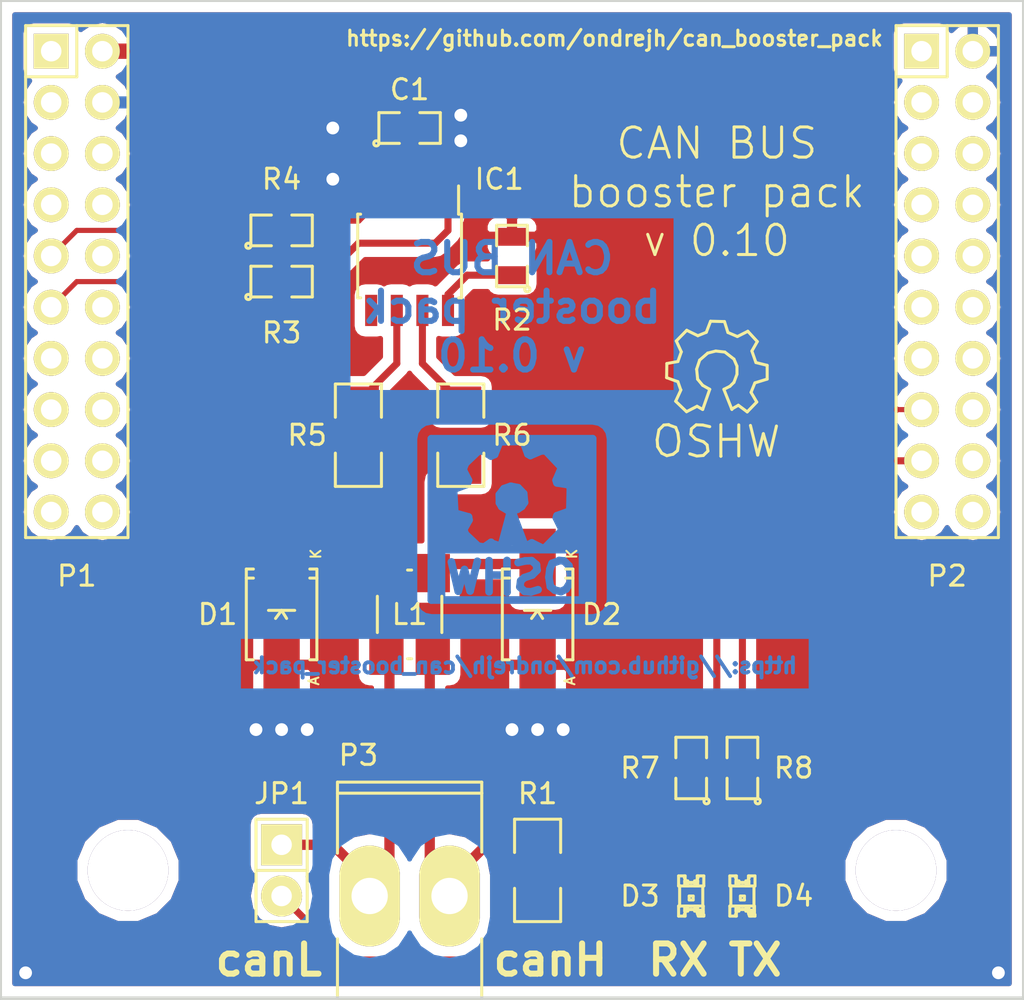
<source format=kicad_pcb>
(kicad_pcb (version 4) (host pcbnew "(2014-12-04 BZR 5312)-product")

  (general
    (links 30)
    (no_connects 0)
    (area 54.509999 40.539999 105.510001 90.270001)
    (thickness 1.6)
    (drawings 12)
    (tracks 107)
    (zones 0)
    (modules 23)
    (nets 19)
  )

  (page A4)
  (layers
    (0 F.Cu signal)
    (31 B.Cu signal hide)
    (32 B.Adhes user hide)
    (33 F.Adhes user hide)
    (34 B.Paste user hide)
    (35 F.Paste user hide)
    (36 B.SilkS user)
    (37 F.SilkS user)
    (38 B.Mask user hide)
    (39 F.Mask user hide)
    (40 Dwgs.User user hide)
    (41 Cmts.User user hide)
    (42 Eco1.User user hide)
    (43 Eco2.User user hide)
    (44 Edge.Cuts user hide)
    (45 Margin user hide)
    (46 B.CrtYd user hide)
    (47 F.CrtYd user hide)
    (48 B.Fab user hide)
    (49 F.Fab user hide)
  )

  (setup
    (last_trace_width 0.35)
    (trace_clearance 0.254)
    (zone_clearance 0.508)
    (zone_45_only yes)
    (trace_min 0.254)
    (segment_width 0.2)
    (edge_width 0.2)
    (via_size 0.889)
    (via_drill 0.635)
    (via_min_size 0.889)
    (via_min_drill 0.508)
    (uvia_size 0.508)
    (uvia_drill 0.127)
    (uvias_allowed no)
    (uvia_min_size 0.508)
    (uvia_min_drill 0.127)
    (pcb_text_width 0.3)
    (pcb_text_size 1.5 1.5)
    (mod_edge_width 0.15)
    (mod_text_size 1 1)
    (mod_text_width 0.15)
    (pad_size 1.7 1.9)
    (pad_drill 0)
    (pad_to_mask_clearance 0)
    (aux_axis_origin 54.61 90.17)
    (visible_elements 7FFEFFFF)
    (pcbplotparams
      (layerselection 0x00030_80000001)
      (usegerberextensions false)
      (excludeedgelayer true)
      (linewidth 0.100000)
      (plotframeref false)
      (viasonmask false)
      (mode 1)
      (useauxorigin false)
      (hpglpennumber 1)
      (hpglpenspeed 20)
      (hpglpendiameter 15)
      (hpglpenoverlay 2)
      (psnegative false)
      (psa4output false)
      (plotreference true)
      (plotvalue true)
      (plotinvisibletext false)
      (padsonsilk false)
      (subtractmaskfromsilk false)
      (outputformat 1)
      (mirror false)
      (drillshape 1)
      (scaleselection 1)
      (outputdirectory ""))
  )

  (net 0 "")
  (net 1 VDD)
  (net 2 GND)
  (net 3 "Net-(D1-Pad2)")
  (net 4 "Net-(D2-Pad2)")
  (net 5 "Net-(D3-Pad1)")
  (net 6 PB0_LED_RX)
  (net 7 "Net-(D4-Pad1)")
  (net 8 PB1_LED_TX)
  (net 9 "Net-(IC1-Pad1)")
  (net 10 "Net-(IC1-Pad4)")
  (net 11 "Net-(IC1-Pad6)")
  (net 12 "Net-(IC1-Pad7)")
  (net 13 "Net-(IC1-Pad8)")
  (net 14 "Net-(JP1-Pad2)")
  (net 15 PE4_CAN0RX)
  (net 16 PE5_CAN0TX)
  (net 17 CANL)
  (net 18 CANH)

  (net_class Default "Toto je výchozí třída sítě."
    (clearance 0.254)
    (trace_width 0.35)
    (via_dia 0.889)
    (via_drill 0.635)
    (uvia_dia 0.508)
    (uvia_drill 0.127)
    (add_net "Net-(D3-Pad1)")
    (add_net "Net-(D4-Pad1)")
    (add_net "Net-(IC1-Pad1)")
    (add_net "Net-(IC1-Pad4)")
    (add_net "Net-(IC1-Pad6)")
    (add_net "Net-(IC1-Pad7)")
    (add_net "Net-(IC1-Pad8)")
    (add_net "Net-(JP1-Pad2)")
    (add_net PB0_LED_RX)
    (add_net PB1_LED_TX)
    (add_net PE4_CAN0RX)
    (add_net PE5_CAN0TX)
  )

  (net_class BoardIO ""
    (clearance 0.254)
    (trace_width 0.5)
    (via_dia 0.889)
    (via_drill 0.635)
    (uvia_dia 0.508)
    (uvia_drill 0.127)
    (add_net CANH)
    (add_net CANL)
    (add_net "Net-(D1-Pad2)")
    (add_net "Net-(D2-Pad2)")
  )

  (net_class PWR ""
    (clearance 0.254)
    (trace_width 0.6)
    (via_dia 0.889)
    (via_drill 0.635)
    (uvia_dia 0.508)
    (uvia_drill 0.127)
    (add_net GND)
    (add_net VDD)
  )

  (module Symbols:Symbol_OSHW-Logo_SilkScreen (layer F.Cu) (tedit 5493D32B) (tstamp 5482DB18)
    (at 90.17 59.055)
    (descr "Symbol, OSHW-Logo, Silk Screen,")
    (tags "Symbol, OSHW-Logo, Silk Screen,")
    (fp_text reference SYM (at 0 0.635) (layer F.SilkS) hide
      (effects (font (thickness 0.3048)))
    )
    (fp_text value Symbol_OSHW-Logo_SilkScreen_07Jul2012 (at 0.30988 6.56082) (layer F.SilkS) hide
      (effects (font (thickness 0.3048)))
    )
    (fp_line (start 1.66878 2.68986) (end 2.02946 4.16052) (layer F.SilkS) (width 0.15))
    (fp_line (start 2.02946 4.16052) (end 2.30886 3.0988) (layer F.SilkS) (width 0.15))
    (fp_line (start 2.30886 3.0988) (end 2.61874 4.17068) (layer F.SilkS) (width 0.15))
    (fp_line (start 2.61874 4.17068) (end 2.9591 2.72034) (layer F.SilkS) (width 0.15))
    (fp_line (start 0.24892 3.38074) (end 1.03886 3.37058) (layer F.SilkS) (width 0.15))
    (fp_line (start 1.03886 3.37058) (end 1.04902 3.38074) (layer F.SilkS) (width 0.15))
    (fp_line (start 1.04902 3.38074) (end 1.04902 3.37058) (layer F.SilkS) (width 0.15))
    (fp_line (start 1.08966 2.65938) (end 1.08966 4.20116) (layer F.SilkS) (width 0.15))
    (fp_line (start 0.20066 2.64922) (end 0.20066 4.21894) (layer F.SilkS) (width 0.15))
    (fp_line (start 0.20066 4.21894) (end 0.21082 4.20878) (layer F.SilkS) (width 0.15))
    (fp_line (start -0.35052 2.75082) (end -0.70104 2.66954) (layer F.SilkS) (width 0.15))
    (fp_line (start -0.70104 2.66954) (end -1.02108 2.65938) (layer F.SilkS) (width 0.15))
    (fp_line (start -1.02108 2.65938) (end -1.25984 2.86004) (layer F.SilkS) (width 0.15))
    (fp_line (start -1.25984 2.86004) (end -1.29032 3.12928) (layer F.SilkS) (width 0.15))
    (fp_line (start -1.29032 3.12928) (end -1.04902 3.37058) (layer F.SilkS) (width 0.15))
    (fp_line (start -1.04902 3.37058) (end -0.6604 3.50012) (layer F.SilkS) (width 0.15))
    (fp_line (start -0.6604 3.50012) (end -0.48006 3.66014) (layer F.SilkS) (width 0.15))
    (fp_line (start -0.48006 3.66014) (end -0.43942 3.95986) (layer F.SilkS) (width 0.15))
    (fp_line (start -0.43942 3.95986) (end -0.67056 4.18084) (layer F.SilkS) (width 0.15))
    (fp_line (start -0.67056 4.18084) (end -0.9906 4.20878) (layer F.SilkS) (width 0.15))
    (fp_line (start -0.9906 4.20878) (end -1.34112 4.09956) (layer F.SilkS) (width 0.15))
    (fp_line (start -2.37998 2.64922) (end -2.6289 2.66954) (layer F.SilkS) (width 0.15))
    (fp_line (start -2.6289 2.66954) (end -2.8702 2.91084) (layer F.SilkS) (width 0.15))
    (fp_line (start -2.8702 2.91084) (end -2.9591 3.40106) (layer F.SilkS) (width 0.15))
    (fp_line (start -2.9591 3.40106) (end -2.93116 3.74904) (layer F.SilkS) (width 0.15))
    (fp_line (start -2.93116 3.74904) (end -2.7305 4.06908) (layer F.SilkS) (width 0.15))
    (fp_line (start -2.7305 4.06908) (end -2.47904 4.191) (layer F.SilkS) (width 0.15))
    (fp_line (start -2.47904 4.191) (end -2.16916 4.11988) (layer F.SilkS) (width 0.15))
    (fp_line (start -2.16916 4.11988) (end -1.95072 3.93954) (layer F.SilkS) (width 0.15))
    (fp_line (start -1.95072 3.93954) (end -1.8796 3.4798) (layer F.SilkS) (width 0.15))
    (fp_line (start -1.8796 3.4798) (end -1.9304 3.07086) (layer F.SilkS) (width 0.15))
    (fp_line (start -1.9304 3.07086) (end -2.03962 2.78892) (layer F.SilkS) (width 0.15))
    (fp_line (start -2.03962 2.78892) (end -2.4003 2.65938) (layer F.SilkS) (width 0.15))
    (fp_line (start -1.78054 0.92964) (end -2.03962 1.49098) (layer F.SilkS) (width 0.15))
    (fp_line (start -2.03962 1.49098) (end -1.50114 2.00914) (layer F.SilkS) (width 0.15))
    (fp_line (start -1.50114 2.00914) (end -0.98044 1.7399) (layer F.SilkS) (width 0.15))
    (fp_line (start -0.98044 1.7399) (end -0.70104 1.89992) (layer F.SilkS) (width 0.15))
    (fp_line (start 0.73914 1.8796) (end 1.06934 1.6891) (layer F.SilkS) (width 0.15))
    (fp_line (start 1.06934 1.6891) (end 1.50876 2.0193) (layer F.SilkS) (width 0.15))
    (fp_line (start 1.50876 2.0193) (end 1.9812 1.52908) (layer F.SilkS) (width 0.15))
    (fp_line (start 1.9812 1.52908) (end 1.69926 1.04902) (layer F.SilkS) (width 0.15))
    (fp_line (start 1.69926 1.04902) (end 1.88976 0.57912) (layer F.SilkS) (width 0.15))
    (fp_line (start 1.88976 0.57912) (end 2.49936 0.39116) (layer F.SilkS) (width 0.15))
    (fp_line (start 2.49936 0.39116) (end 2.49936 -0.28956) (layer F.SilkS) (width 0.15))
    (fp_line (start 2.49936 -0.28956) (end 1.94056 -0.42926) (layer F.SilkS) (width 0.15))
    (fp_line (start 1.94056 -0.42926) (end 1.7399 -1.00076) (layer F.SilkS) (width 0.15))
    (fp_line (start 1.7399 -1.00076) (end 2.00914 -1.47066) (layer F.SilkS) (width 0.15))
    (fp_line (start 2.00914 -1.47066) (end 1.53924 -1.9812) (layer F.SilkS) (width 0.15))
    (fp_line (start 1.53924 -1.9812) (end 1.02108 -1.71958) (layer F.SilkS) (width 0.15))
    (fp_line (start 1.02108 -1.71958) (end 0.55118 -1.92024) (layer F.SilkS) (width 0.15))
    (fp_line (start 0.55118 -1.92024) (end 0.381 -2.46126) (layer F.SilkS) (width 0.15))
    (fp_line (start 0.381 -2.46126) (end -0.30988 -2.47904) (layer F.SilkS) (width 0.15))
    (fp_line (start -0.30988 -2.47904) (end -0.5207 -1.9304) (layer F.SilkS) (width 0.15))
    (fp_line (start -0.5207 -1.9304) (end -0.9398 -1.76022) (layer F.SilkS) (width 0.15))
    (fp_line (start -0.9398 -1.76022) (end -1.49098 -2.02946) (layer F.SilkS) (width 0.15))
    (fp_line (start -1.49098 -2.02946) (end -2.00914 -1.50114) (layer F.SilkS) (width 0.15))
    (fp_line (start -2.00914 -1.50114) (end -1.76022 -0.96012) (layer F.SilkS) (width 0.15))
    (fp_line (start -1.76022 -0.96012) (end -1.9304 -0.48006) (layer F.SilkS) (width 0.15))
    (fp_line (start -1.9304 -0.48006) (end -2.47904 -0.381) (layer F.SilkS) (width 0.15))
    (fp_line (start -2.47904 -0.381) (end -2.4892 0.32004) (layer F.SilkS) (width 0.15))
    (fp_line (start -2.4892 0.32004) (end -1.9304 0.5207) (layer F.SilkS) (width 0.15))
    (fp_line (start -1.9304 0.5207) (end -1.7907 0.91948) (layer F.SilkS) (width 0.15))
    (fp_line (start 0.35052 0.89916) (end 0.65024 0.7493) (layer F.SilkS) (width 0.15))
    (fp_line (start 0.65024 0.7493) (end 0.8509 0.55118) (layer F.SilkS) (width 0.15))
    (fp_line (start 0.8509 0.55118) (end 1.00076 0.14986) (layer F.SilkS) (width 0.15))
    (fp_line (start 1.00076 0.14986) (end 1.00076 -0.24892) (layer F.SilkS) (width 0.15))
    (fp_line (start 1.00076 -0.24892) (end 0.8509 -0.59944) (layer F.SilkS) (width 0.15))
    (fp_line (start 0.8509 -0.59944) (end 0.39878 -0.94996) (layer F.SilkS) (width 0.15))
    (fp_line (start 0.39878 -0.94996) (end -0.0508 -1.00076) (layer F.SilkS) (width 0.15))
    (fp_line (start -0.0508 -1.00076) (end -0.44958 -0.89916) (layer F.SilkS) (width 0.15))
    (fp_line (start -0.44958 -0.89916) (end -0.8509 -0.55118) (layer F.SilkS) (width 0.15))
    (fp_line (start -0.8509 -0.55118) (end -1.00076 -0.09906) (layer F.SilkS) (width 0.15))
    (fp_line (start -1.00076 -0.09906) (end -0.94996 0.39878) (layer F.SilkS) (width 0.15))
    (fp_line (start -0.94996 0.39878) (end -0.70104 0.70104) (layer F.SilkS) (width 0.15))
    (fp_line (start -0.70104 0.70104) (end -0.35052 0.89916) (layer F.SilkS) (width 0.15))
    (fp_line (start -0.35052 0.89916) (end -0.70104 1.89992) (layer F.SilkS) (width 0.15))
    (fp_line (start 0.35052 0.89916) (end 0.7493 1.89992) (layer F.SilkS) (width 0.15))
  )

  (module Symbols:Symbol_OSHW-Logo_CopperTop_Negative (layer B.Cu) (tedit 5493D337) (tstamp 5482D7EF)
    (at 80.01 65.405 180)
    (descr "Symbol, OSHW-Logo, Copper top, Negative,")
    (tags "Symbol, OSHW-Logo, Copper top, Negative,")
    (fp_text reference SYM (at 0 -0.635 180) (layer B.SilkS) hide
      (effects (font (thickness 0.3048)) (justify mirror))
    )
    (fp_text value Symbol_OSHW-Logo_CopperTop_Negative_07Jul2012 (at 0.30988 -6.56082 180) (layer B.SilkS) hide
      (effects (font (thickness 0.3048)) (justify mirror))
    )
    (fp_line (start 0 -0.59944) (end -0.59944 -2.19964) (layer B.Cu) (width 0.381))
    (fp_line (start 0.09906 -0.70104) (end 0.50038 -2.19964) (layer B.Cu) (width 0.381))
    (fp_line (start -0.39878 -0.29972) (end 0.39878 -0.29972) (layer B.Cu) (width 0.381))
    (fp_line (start 0.59944 0) (end -0.39878 0) (layer B.Cu) (width 0.381))
    (fp_line (start -0.39878 0.29972) (end 0.39878 0.29972) (layer B.Cu) (width 0.381))
    (fp_line (start -4.0005 -2.19964) (end -1.99898 -2.19964) (layer B.Cu) (width 0.381))
    (fp_line (start -2.30124 -1.89992) (end -3.8989 -1.89992) (layer B.Cu) (width 0.381))
    (fp_line (start -4.0005 -1.6002) (end -2.49936 -1.6002) (layer B.Cu) (width 0.381))
    (fp_line (start -2.4003 -1.30048) (end -4.0005 -1.30048) (layer B.Cu) (width 0.381))
    (fp_line (start -3.8989 -1.00076) (end -2.49936 -1.00076) (layer B.Cu) (width 0.381))
    (fp_line (start -2.79908 -0.70104) (end -3.8989 -0.70104) (layer B.Cu) (width 0.381))
    (fp_line (start -4.0005 -0.39878) (end -2.99974 -0.39878) (layer B.Cu) (width 0.381))
    (fp_line (start -2.99974 -0.09906) (end -4.0005 -0.09906) (layer B.Cu) (width 0.381))
    (fp_line (start -3.8989 0.20066) (end -2.99974 0.20066) (layer B.Cu) (width 0.381))
    (fp_line (start -2.90068 0.50038) (end -3.8989 0.50038) (layer B.Cu) (width 0.381))
    (fp_line (start -4.0005 0.8001) (end -2.49936 0.8001) (layer B.Cu) (width 0.381))
    (fp_line (start -2.4003 1.09982) (end -3.8989 1.09982) (layer B.Cu) (width 0.381))
    (fp_line (start -4.0005 1.19888) (end -2.60096 1.19888) (layer B.Cu) (width 0.381))
    (fp_line (start -2.49936 1.50114) (end -3.8989 1.50114) (layer B.Cu) (width 0.381))
    (fp_line (start -3.8989 1.80086) (end -2.49936 1.80086) (layer B.Cu) (width 0.381))
    (fp_line (start -1.99898 2.10058) (end -3.79984 2.10058) (layer B.Cu) (width 0.381))
    (fp_line (start -3.8989 2.4003) (end -0.89916 2.4003) (layer B.Cu) (width 0.381))
    (fp_line (start -0.70104 2.70002) (end -3.8989 2.70002) (layer B.Cu) (width 0.381))
    (fp_line (start 0.8001 2.70002) (end 3.8989 2.70002) (layer B.Cu) (width 0.381))
    (fp_line (start 4.0005 2.49936) (end 0.89916 2.49936) (layer B.Cu) (width 0.381))
    (fp_line (start 1.99898 2.19964) (end 3.8989 2.19964) (layer B.Cu) (width 0.381))
    (fp_line (start 4.0005 1.99898) (end 2.30124 1.99898) (layer B.Cu) (width 0.381))
    (fp_line (start 2.49936 1.69926) (end 3.8989 1.69926) (layer B.Cu) (width 0.381))
    (fp_line (start 3.8989 1.39954) (end 2.60096 1.39954) (layer B.Cu) (width 0.381))
    (fp_line (start 2.30124 1.09982) (end 4.0005 1.09982) (layer B.Cu) (width 0.381))
    (fp_line (start 4.0005 0.8001) (end 2.4003 0.8001) (layer B.Cu) (width 0.381))
    (fp_line (start 2.90068 0.50038) (end 4.0005 0.50038) (layer B.Cu) (width 0.381))
    (fp_line (start 4.0005 0.20066) (end 2.99974 0.20066) (layer B.Cu) (width 0.381))
    (fp_line (start 2.90068 -0.09906) (end 4.0005 -0.09906) (layer B.Cu) (width 0.381))
    (fp_line (start 4.0005 -0.39878) (end 2.90068 -0.39878) (layer B.Cu) (width 0.381))
    (fp_line (start 2.79908 -0.70104) (end 3.8989 -0.70104) (layer B.Cu) (width 0.381))
    (fp_line (start 4.0005 -1.00076) (end 2.30124 -1.00076) (layer B.Cu) (width 0.381))
    (fp_line (start 2.4003 -1.30048) (end 3.8989 -1.30048) (layer B.Cu) (width 0.381))
    (fp_line (start 2.4003 -1.6002) (end 3.79984 -1.6002) (layer B.Cu) (width 0.381))
    (fp_line (start 3.8989 -1.89992) (end 2.4003 -1.89992) (layer B.Cu) (width 0.381))
    (fp_line (start 2.10058 -2.19964) (end 3.79984 -2.19964) (layer B.Cu) (width 0.381))
    (fp_line (start 0 -1.6002) (end 0.20066 -2.30124) (layer B.Cu) (width 0.381))
    (fp_line (start 0 -1.50114) (end -0.20066 -2.30124) (layer B.Cu) (width 0.381))
    (fp_line (start 3.70078 -2.49936) (end 3.79984 -4.8006) (layer B.Cu) (width 0.381))
    (fp_line (start -3.79984 -2.49936) (end -3.79984 -4.8006) (layer B.Cu) (width 0.381))
    (fp_line (start -3.50012 -2.49936) (end -3.50012 -5.00126) (layer B.Cu) (width 0.381))
    (fp_line (start 3.50012 -2.49936) (end 3.50012 -5.00126) (layer B.Cu) (width 0.381))
    (fp_line (start -4.0005 -2.49936) (end 4.0005 -2.49936) (layer B.Cu) (width 0.381))
    (fp_line (start 0.02032 -0.68072) (end -0.01016 -0.97028) (layer B.Cu) (width 0.381))
    (fp_line (start -0.01016 -0.97028) (end 0.5588 -2.33934) (layer B.Cu) (width 0.381))
    (fp_line (start 0.5588 -2.33934) (end 1.00076 -2.18948) (layer B.Cu) (width 0.381))
    (fp_line (start 1.00076 -2.18948) (end 1.03886 -2.14122) (layer B.Cu) (width 0.381))
    (fp_line (start 1.03886 -2.14122) (end 1.43002 -2.41046) (layer B.Cu) (width 0.381))
    (fp_line (start 1.41986 -2.36982) (end 1.62052 -2.33934) (layer B.Cu) (width 0.381))
    (fp_line (start 1.63068 -2.37998) (end 2.30886 -1.7399) (layer B.Cu) (width 0.381))
    (fp_line (start 2.30886 -1.7399) (end 2.4003 -1.50876) (layer B.Cu) (width 0.381))
    (fp_line (start 2.4003 -1.50876) (end 2.13106 -1.03124) (layer B.Cu) (width 0.381))
    (fp_line (start 2.13106 -1.03124) (end 2.159 -0.87884) (layer B.Cu) (width 0.381))
    (fp_line (start 2.159 -0.87884) (end 2.83972 -0.69088) (layer B.Cu) (width 0.381))
    (fp_line (start 2.83972 -0.69088) (end 2.90068 0.49022) (layer B.Cu) (width 0.381))
    (fp_line (start 2.90068 0.49022) (end 2.23012 0.73914) (layer B.Cu) (width 0.381))
    (fp_line (start 2.23012 0.73914) (end 2.159 0.9398) (layer B.Cu) (width 0.381))
    (fp_line (start 2.159 0.9398) (end 2.43078 1.47066) (layer B.Cu) (width 0.381))
    (fp_line (start 2.43078 1.47066) (end 2.30886 1.78054) (layer B.Cu) (width 0.381))
    (fp_line (start 2.30886 1.78054) (end 1.66878 2.39014) (layer B.Cu) (width 0.381))
    (fp_line (start 1.66878 2.39014) (end 1.4605 2.4003) (layer B.Cu) (width 0.381))
    (fp_line (start 1.4605 2.4003) (end 1.03886 2.14122) (layer B.Cu) (width 0.381))
    (fp_line (start 1.03886 2.14122) (end 0.86106 2.21996) (layer B.Cu) (width 0.381))
    (fp_line (start 0.86106 2.21996) (end 0.64008 2.77876) (layer B.Cu) (width 0.381))
    (fp_line (start 0.64008 2.77876) (end 0.61976 2.84988) (layer B.Cu) (width 0.381))
    (fp_line (start 0.61976 2.84988) (end -0.55118 2.8702) (layer B.Cu) (width 0.381))
    (fp_line (start -0.54102 2.91084) (end -0.78994 2.24028) (layer B.Cu) (width 0.381))
    (fp_line (start -0.78994 2.24028) (end -0.90932 2.16916) (layer B.Cu) (width 0.381))
    (fp_line (start -0.90932 2.16916) (end -1.61036 2.46888) (layer B.Cu) (width 0.381))
    (fp_line (start -1.61036 2.46888) (end -2.46126 1.56972) (layer B.Cu) (width 0.381))
    (fp_line (start -2.46126 1.56972) (end -2.18948 0.9398) (layer B.Cu) (width 0.381))
    (fp_line (start -2.18948 0.9398) (end -2.23012 0.81026) (layer B.Cu) (width 0.381))
    (fp_line (start -2.23012 0.81026) (end -2.75082 0.72898) (layer B.Cu) (width 0.381))
    (fp_line (start -2.75082 0.72898) (end -2.90068 0.67056) (layer B.Cu) (width 0.381))
    (fp_line (start -2.90068 0.67056) (end -2.8702 -0.58928) (layer B.Cu) (width 0.381))
    (fp_line (start -2.8702 -0.58928) (end -2.23012 -0.82042) (layer B.Cu) (width 0.381))
    (fp_line (start -2.23012 -0.82042) (end -2.19964 -0.91948) (layer B.Cu) (width 0.381))
    (fp_line (start -2.19964 -0.91948) (end -2.49936 -1.52908) (layer B.Cu) (width 0.381))
    (fp_line (start -2.49936 -1.52908) (end -1.67894 -2.36982) (layer B.Cu) (width 0.381))
    (fp_line (start -1.67894 -2.36982) (end -1.56972 -2.46126) (layer B.Cu) (width 0.381))
    (fp_line (start -1.56972 -2.46126) (end -0.98044 -2.16916) (layer B.Cu) (width 0.381))
    (fp_line (start -0.98044 -2.16916) (end -0.71882 -2.30886) (layer B.Cu) (width 0.381))
    (fp_line (start -0.71882 -2.30886) (end -0.49022 -2.30886) (layer B.Cu) (width 0.381))
    (fp_line (start -0.49022 -2.30886) (end 0.0508 -0.8001) (layer B.Cu) (width 0.381))
    (fp_line (start 0.0508 -0.8001) (end -0.1905 -0.49022) (layer B.Cu) (width 0.381))
    (fp_line (start -0.1905 -0.49022) (end -0.26924 -0.50038) (layer B.Cu) (width 0.381))
    (fp_line (start -0.26924 -0.50038) (end -0.48006 -0.36068) (layer B.Cu) (width 0.381))
    (fp_line (start -0.48006 -0.36068) (end -0.61976 -0.16002) (layer B.Cu) (width 0.381))
    (fp_line (start -0.61976 -0.16002) (end -0.57912 0.2794) (layer B.Cu) (width 0.381))
    (fp_line (start -0.57912 0.2794) (end -0.29972 0.56896) (layer B.Cu) (width 0.381))
    (fp_line (start -0.29972 0.56896) (end 0.06096 0.64008) (layer B.Cu) (width 0.381))
    (fp_line (start 0.06096 0.64008) (end 0.39878 0.5207) (layer B.Cu) (width 0.381))
    (fp_line (start 0.39878 0.5207) (end 0.62992 0.22098) (layer B.Cu) (width 0.381))
    (fp_line (start 0.62992 0.22098) (end 0.61976 -0.18034) (layer B.Cu) (width 0.381))
    (fp_line (start 0.61976 -0.18034) (end 0.51054 -0.37084) (layer B.Cu) (width 0.381))
    (fp_line (start 0.51054 -0.37084) (end 0 -0.68072) (layer B.Cu) (width 0.381))
    (fp_line (start -4.0005 2.99974) (end 4.0005 2.99974) (layer B.Cu) (width 0.381))
    (fp_line (start 4.0005 2.99974) (end 4.0005 -5.00126) (layer B.Cu) (width 0.381))
    (fp_line (start 4.0005 -5.00126) (end -4.0005 -5.00126) (layer B.Cu) (width 0.381))
    (fp_line (start -4.0005 -5.00126) (end -4.0005 2.99974) (layer B.Cu) (width 0.381))
    (fp_line (start 1.71704 -3.08102) (end 2.07772 -4.55168) (layer B.Cu) (width 0.381))
    (fp_line (start 2.07772 -4.55168) (end 2.35712 -3.48996) (layer B.Cu) (width 0.381))
    (fp_line (start 2.35712 -3.48996) (end 2.667 -4.56184) (layer B.Cu) (width 0.381))
    (fp_line (start 2.667 -4.56184) (end 3.00736 -3.1115) (layer B.Cu) (width 0.381))
    (fp_line (start 0.29718 -3.7719) (end 1.08712 -3.76174) (layer B.Cu) (width 0.381))
    (fp_line (start 1.08712 -3.76174) (end 1.09728 -3.7719) (layer B.Cu) (width 0.381))
    (fp_line (start 1.09728 -3.7719) (end 1.09728 -3.76174) (layer B.Cu) (width 0.381))
    (fp_line (start 1.13792 -3.05054) (end 1.13792 -4.59232) (layer B.Cu) (width 0.381))
    (fp_line (start 0.24892 -3.04038) (end 0.24892 -4.6101) (layer B.Cu) (width 0.381))
    (fp_line (start 0.24892 -4.6101) (end 0.25908 -4.59994) (layer B.Cu) (width 0.381))
    (fp_line (start -0.30226 -3.14198) (end -0.65278 -3.0607) (layer B.Cu) (width 0.381))
    (fp_line (start -0.65278 -3.0607) (end -0.97282 -3.05054) (layer B.Cu) (width 0.381))
    (fp_line (start -0.97282 -3.05054) (end -1.21158 -3.2512) (layer B.Cu) (width 0.381))
    (fp_line (start -1.21158 -3.2512) (end -1.24206 -3.52044) (layer B.Cu) (width 0.381))
    (fp_line (start -1.24206 -3.52044) (end -1.00076 -3.76174) (layer B.Cu) (width 0.381))
    (fp_line (start -1.00076 -3.76174) (end -0.61214 -3.89128) (layer B.Cu) (width 0.381))
    (fp_line (start -0.61214 -3.89128) (end -0.4318 -4.0513) (layer B.Cu) (width 0.381))
    (fp_line (start -0.4318 -4.0513) (end -0.39116 -4.35102) (layer B.Cu) (width 0.381))
    (fp_line (start -0.39116 -4.35102) (end -0.6223 -4.572) (layer B.Cu) (width 0.381))
    (fp_line (start -0.6223 -4.572) (end -0.94234 -4.59994) (layer B.Cu) (width 0.381))
    (fp_line (start -0.94234 -4.59994) (end -1.29286 -4.49072) (layer B.Cu) (width 0.381))
    (fp_line (start -2.33172 -3.04038) (end -2.58064 -3.0607) (layer B.Cu) (width 0.381))
    (fp_line (start -2.58064 -3.0607) (end -2.82194 -3.302) (layer B.Cu) (width 0.381))
    (fp_line (start -2.82194 -3.302) (end -2.91084 -3.79222) (layer B.Cu) (width 0.381))
    (fp_line (start -2.91084 -3.79222) (end -2.8829 -4.1402) (layer B.Cu) (width 0.381))
    (fp_line (start -2.8829 -4.1402) (end -2.68224 -4.46024) (layer B.Cu) (width 0.381))
    (fp_line (start -2.68224 -4.46024) (end -2.43078 -4.58216) (layer B.Cu) (width 0.381))
    (fp_line (start -2.43078 -4.58216) (end -2.1209 -4.51104) (layer B.Cu) (width 0.381))
    (fp_line (start -2.1209 -4.51104) (end -1.90246 -4.3307) (layer B.Cu) (width 0.381))
    (fp_line (start -1.90246 -4.3307) (end -1.83134 -3.87096) (layer B.Cu) (width 0.381))
    (fp_line (start -1.83134 -3.87096) (end -1.88214 -3.46202) (layer B.Cu) (width 0.381))
    (fp_line (start -1.88214 -3.46202) (end -1.99136 -3.18008) (layer B.Cu) (width 0.381))
    (fp_line (start -1.99136 -3.18008) (end -2.35204 -3.05054) (layer B.Cu) (width 0.381))
  )

  (module SMD_Packages:SMD-0805 (layer F.Cu) (tedit 5482DE6B) (tstamp 54821903)
    (at 74.93 46.99)
    (path /546E4606)
    (attr smd)
    (fp_text reference C1 (at 0 -1.905) (layer F.SilkS)
      (effects (font (size 1 1) (thickness 0.15)))
    )
    (fp_text value 100n (at 0 0.381) (layer F.SilkS) hide
      (effects (font (size 0.50038 0.50038) (thickness 0.10922)))
    )
    (fp_circle (center -1.651 0.762) (end -1.651 0.635) (layer F.SilkS) (width 0.15))
    (fp_line (start -0.508 0.762) (end -1.524 0.762) (layer F.SilkS) (width 0.15))
    (fp_line (start -1.524 0.762) (end -1.524 -0.762) (layer F.SilkS) (width 0.15))
    (fp_line (start -1.524 -0.762) (end -0.508 -0.762) (layer F.SilkS) (width 0.15))
    (fp_line (start 0.508 -0.762) (end 1.524 -0.762) (layer F.SilkS) (width 0.15))
    (fp_line (start 1.524 -0.762) (end 1.524 0.762) (layer F.SilkS) (width 0.15))
    (fp_line (start 1.524 0.762) (end 0.508 0.762) (layer F.SilkS) (width 0.15))
    (pad 1 smd rect (at -0.9525 0) (size 0.889 1.397) (layers F.Cu F.Paste F.Mask)
      (net 1 VDD))
    (pad 2 smd rect (at 0.9525 0) (size 0.889 1.397) (layers F.Cu F.Paste F.Mask)
      (net 2 GND))
    (model smd/chip_cms.wrl
      (at (xyz 0 0 0))
      (scale (xyz 0.1 0.1 0.1))
      (rotate (xyz 0 0 0))
    )
  )

  (module Diodes_SMD:Diode-SMA_Handsoldering (layer F.Cu) (tedit 5482D953) (tstamp 54821909)
    (at 68.58 71.12 90)
    (descr "Diode SMA Handsoldering")
    (tags "Diode SMA Handsoldering")
    (path /546F81F0)
    (attr smd)
    (fp_text reference D1 (at 0 -3.175 180) (layer F.SilkS)
      (effects (font (size 1 1) (thickness 0.15)))
    )
    (fp_text value ZENER (at 0 3.81 90) (layer F.SilkS) hide
      (effects (font (thickness 0.3048)))
    )
    (fp_line (start 0.20066 -0.65024) (end 0.20066 0.65024) (layer F.SilkS) (width 0.15))
    (fp_line (start 0.20066 0) (end -0.20066 0.24892) (layer F.SilkS) (width 0.15))
    (fp_line (start 0.20066 0) (end -0.20066 -0.29972) (layer F.SilkS) (width 0.15))
    (fp_text user A (at -3.29946 1.6002 90) (layer F.SilkS)
      (effects (font (size 0.50038 0.50038) (thickness 0.09906)))
    )
    (fp_text user K (at 2.99974 1.69926 90) (layer F.SilkS)
      (effects (font (size 0.50038 0.50038) (thickness 0.09906)))
    )
    (fp_line (start 1.80086 1.75006) (end 1.80086 1.39954) (layer F.SilkS) (width 0.15))
    (fp_line (start 1.80086 -1.75006) (end 1.80086 -1.39954) (layer F.SilkS) (width 0.15))
    (fp_line (start 2.25044 1.75006) (end 2.25044 1.39954) (layer F.SilkS) (width 0.15))
    (fp_line (start -2.25044 1.75006) (end -2.25044 1.39954) (layer F.SilkS) (width 0.15))
    (fp_line (start -2.25044 -1.75006) (end -2.25044 -1.39954) (layer F.SilkS) (width 0.15))
    (fp_line (start 2.25044 -1.75006) (end 2.25044 -1.39954) (layer F.SilkS) (width 0.15))
    (fp_line (start -2.25044 1.75006) (end 2.25044 1.75006) (layer F.SilkS) (width 0.15))
    (fp_line (start -2.25044 -1.75006) (end 2.25044 -1.75006) (layer F.SilkS) (width 0.15))
    (pad 1 smd rect (at -2.49936 0 90) (size 3.50012 1.80086) (layers F.Cu F.Paste F.Mask)
      (net 2 GND))
    (pad 2 smd rect (at 2.49936 0 90) (size 3.50012 1.80086) (layers F.Cu F.Paste F.Mask)
      (net 3 "Net-(D1-Pad2)"))
    (model Diodes_SMD/Diode-SMA.wrl
      (at (xyz 0 0 0))
      (scale (xyz 0.3937 0.3937 0.3937))
      (rotate (xyz 0 0 0))
    )
  )

  (module Diodes_SMD:Diode-SMA_Handsoldering (layer F.Cu) (tedit 5482D94B) (tstamp 5482190F)
    (at 81.28 71.12 90)
    (descr "Diode SMA Handsoldering")
    (tags "Diode SMA Handsoldering")
    (path /546F81FF)
    (attr smd)
    (fp_text reference D2 (at 0 3.175 180) (layer F.SilkS)
      (effects (font (size 1 1) (thickness 0.15)))
    )
    (fp_text value ZENER (at 0 3.81 90) (layer F.SilkS) hide
      (effects (font (thickness 0.3048)))
    )
    (fp_line (start 0.20066 -0.65024) (end 0.20066 0.65024) (layer F.SilkS) (width 0.15))
    (fp_line (start 0.20066 0) (end -0.20066 0.24892) (layer F.SilkS) (width 0.15))
    (fp_line (start 0.20066 0) (end -0.20066 -0.29972) (layer F.SilkS) (width 0.15))
    (fp_text user A (at -3.29946 1.6002 90) (layer F.SilkS)
      (effects (font (size 0.50038 0.50038) (thickness 0.09906)))
    )
    (fp_text user K (at 2.99974 1.69926 90) (layer F.SilkS)
      (effects (font (size 0.50038 0.50038) (thickness 0.09906)))
    )
    (fp_line (start 1.80086 1.75006) (end 1.80086 1.39954) (layer F.SilkS) (width 0.15))
    (fp_line (start 1.80086 -1.75006) (end 1.80086 -1.39954) (layer F.SilkS) (width 0.15))
    (fp_line (start 2.25044 1.75006) (end 2.25044 1.39954) (layer F.SilkS) (width 0.15))
    (fp_line (start -2.25044 1.75006) (end -2.25044 1.39954) (layer F.SilkS) (width 0.15))
    (fp_line (start -2.25044 -1.75006) (end -2.25044 -1.39954) (layer F.SilkS) (width 0.15))
    (fp_line (start 2.25044 -1.75006) (end 2.25044 -1.39954) (layer F.SilkS) (width 0.15))
    (fp_line (start -2.25044 1.75006) (end 2.25044 1.75006) (layer F.SilkS) (width 0.15))
    (fp_line (start -2.25044 -1.75006) (end 2.25044 -1.75006) (layer F.SilkS) (width 0.15))
    (pad 1 smd rect (at -2.49936 0 90) (size 3.50012 1.80086) (layers F.Cu F.Paste F.Mask)
      (net 2 GND))
    (pad 2 smd rect (at 2.49936 0 90) (size 3.50012 1.80086) (layers F.Cu F.Paste F.Mask)
      (net 4 "Net-(D2-Pad2)"))
    (model Diodes_SMD/Diode-SMA.wrl
      (at (xyz 0 0 0))
      (scale (xyz 0.3937 0.3937 0.3937))
      (rotate (xyz 0 0 0))
    )
  )

  (module LEDs:LED-0805 (layer F.Cu) (tedit 5482DD8A) (tstamp 5482C448)
    (at 88.9 85.09 270)
    (descr "LED 0805 smd package")
    (tags "LED 0805 SMD")
    (path /546F83C6)
    (attr smd)
    (fp_text reference D3 (at 0 2.54 360) (layer F.SilkS)
      (effects (font (size 1 1) (thickness 0.15)))
    )
    (fp_text value LED (at 0 1.27 270) (layer F.SilkS) hide
      (effects (font (size 0.762 0.762) (thickness 0.127)))
    )
    (fp_line (start 0.49784 0.29972) (end 0.49784 0.62484) (layer F.SilkS) (width 0.15))
    (fp_line (start 0.49784 0.62484) (end 0.99822 0.62484) (layer F.SilkS) (width 0.15))
    (fp_line (start 0.99822 0.29972) (end 0.99822 0.62484) (layer F.SilkS) (width 0.15))
    (fp_line (start 0.49784 0.29972) (end 0.99822 0.29972) (layer F.SilkS) (width 0.15))
    (fp_line (start 0.49784 -0.32258) (end 0.49784 -0.17272) (layer F.SilkS) (width 0.15))
    (fp_line (start 0.49784 -0.17272) (end 0.7493 -0.17272) (layer F.SilkS) (width 0.15))
    (fp_line (start 0.7493 -0.32258) (end 0.7493 -0.17272) (layer F.SilkS) (width 0.15))
    (fp_line (start 0.49784 -0.32258) (end 0.7493 -0.32258) (layer F.SilkS) (width 0.15))
    (fp_line (start 0.49784 0.17272) (end 0.49784 0.32258) (layer F.SilkS) (width 0.15))
    (fp_line (start 0.49784 0.32258) (end 0.7493 0.32258) (layer F.SilkS) (width 0.15))
    (fp_line (start 0.7493 0.17272) (end 0.7493 0.32258) (layer F.SilkS) (width 0.15))
    (fp_line (start 0.49784 0.17272) (end 0.7493 0.17272) (layer F.SilkS) (width 0.15))
    (fp_line (start 0.49784 -0.19812) (end 0.49784 0.19812) (layer F.SilkS) (width 0.15))
    (fp_line (start 0.49784 0.19812) (end 0.6731 0.19812) (layer F.SilkS) (width 0.15))
    (fp_line (start 0.6731 -0.19812) (end 0.6731 0.19812) (layer F.SilkS) (width 0.15))
    (fp_line (start 0.49784 -0.19812) (end 0.6731 -0.19812) (layer F.SilkS) (width 0.15))
    (fp_line (start -0.99822 0.29972) (end -0.99822 0.62484) (layer F.SilkS) (width 0.15))
    (fp_line (start -0.99822 0.62484) (end -0.49784 0.62484) (layer F.SilkS) (width 0.15))
    (fp_line (start -0.49784 0.29972) (end -0.49784 0.62484) (layer F.SilkS) (width 0.15))
    (fp_line (start -0.99822 0.29972) (end -0.49784 0.29972) (layer F.SilkS) (width 0.15))
    (fp_line (start -0.99822 -0.62484) (end -0.99822 -0.29972) (layer F.SilkS) (width 0.15))
    (fp_line (start -0.99822 -0.29972) (end -0.49784 -0.29972) (layer F.SilkS) (width 0.15))
    (fp_line (start -0.49784 -0.62484) (end -0.49784 -0.29972) (layer F.SilkS) (width 0.15))
    (fp_line (start -0.99822 -0.62484) (end -0.49784 -0.62484) (layer F.SilkS) (width 0.15))
    (fp_line (start -0.7493 0.17272) (end -0.7493 0.32258) (layer F.SilkS) (width 0.15))
    (fp_line (start -0.7493 0.32258) (end -0.49784 0.32258) (layer F.SilkS) (width 0.15))
    (fp_line (start -0.49784 0.17272) (end -0.49784 0.32258) (layer F.SilkS) (width 0.15))
    (fp_line (start -0.7493 0.17272) (end -0.49784 0.17272) (layer F.SilkS) (width 0.15))
    (fp_line (start -0.7493 -0.32258) (end -0.7493 -0.17272) (layer F.SilkS) (width 0.15))
    (fp_line (start -0.7493 -0.17272) (end -0.49784 -0.17272) (layer F.SilkS) (width 0.15))
    (fp_line (start -0.49784 -0.32258) (end -0.49784 -0.17272) (layer F.SilkS) (width 0.15))
    (fp_line (start -0.7493 -0.32258) (end -0.49784 -0.32258) (layer F.SilkS) (width 0.15))
    (fp_line (start -0.6731 -0.19812) (end -0.6731 0.19812) (layer F.SilkS) (width 0.15))
    (fp_line (start -0.6731 0.19812) (end -0.49784 0.19812) (layer F.SilkS) (width 0.15))
    (fp_line (start -0.49784 -0.19812) (end -0.49784 0.19812) (layer F.SilkS) (width 0.15))
    (fp_line (start -0.6731 -0.19812) (end -0.49784 -0.19812) (layer F.SilkS) (width 0.15))
    (fp_line (start 0 -0.09906) (end 0 0.09906) (layer F.SilkS) (width 0.15))
    (fp_line (start 0 0.09906) (end 0.19812 0.09906) (layer F.SilkS) (width 0.15))
    (fp_line (start 0.19812 -0.09906) (end 0.19812 0.09906) (layer F.SilkS) (width 0.15))
    (fp_line (start 0 -0.09906) (end 0.19812 -0.09906) (layer F.SilkS) (width 0.15))
    (fp_line (start 0.49784 -0.59944) (end 0.49784 -0.29972) (layer F.SilkS) (width 0.15))
    (fp_line (start 0.49784 -0.29972) (end 0.79756 -0.29972) (layer F.SilkS) (width 0.15))
    (fp_line (start 0.79756 -0.59944) (end 0.79756 -0.29972) (layer F.SilkS) (width 0.15))
    (fp_line (start 0.49784 -0.59944) (end 0.79756 -0.59944) (layer F.SilkS) (width 0.15))
    (fp_line (start 0.92456 -0.62484) (end 0.92456 -0.39878) (layer F.SilkS) (width 0.15))
    (fp_line (start 0.92456 -0.39878) (end 0.99822 -0.39878) (layer F.SilkS) (width 0.15))
    (fp_line (start 0.99822 -0.62484) (end 0.99822 -0.39878) (layer F.SilkS) (width 0.15))
    (fp_line (start 0.92456 -0.62484) (end 0.99822 -0.62484) (layer F.SilkS) (width 0.15))
    (fp_line (start 0.52324 0.57404) (end -0.52324 0.57404) (layer F.SilkS) (width 0.15))
    (fp_line (start -0.49784 -0.57404) (end 0.92456 -0.57404) (layer F.SilkS) (width 0.15))
    (fp_circle (center 0.84836 -0.44958) (end 0.89916 -0.50038) (layer F.SilkS) (width 0.15))
    (fp_arc (start 0.99822 0) (end 0.99822 0.34798) (angle 180) (layer F.SilkS) (width 0.15))
    (fp_arc (start -0.99822 0) (end -0.99822 -0.34798) (angle 180) (layer F.SilkS) (width 0.15))
    (pad 1 smd rect (at -1.04902 0 270) (size 1.19888 1.19888) (layers F.Cu F.Paste F.Mask)
      (net 5 "Net-(D3-Pad1)"))
    (pad 2 smd rect (at 1.04902 0 270) (size 1.19888 1.19888) (layers F.Cu F.Paste F.Mask)
      (net 2 GND))
  )

  (module LEDs:LED-0805 (layer F.Cu) (tedit 5482DD8C) (tstamp 5482C40C)
    (at 91.44 85.09 270)
    (descr "LED 0805 smd package")
    (tags "LED 0805 SMD")
    (path /546F83D5)
    (attr smd)
    (fp_text reference D4 (at 0 -2.54 360) (layer F.SilkS)
      (effects (font (size 1 1) (thickness 0.15)))
    )
    (fp_text value LED (at 0 1.27 270) (layer F.SilkS) hide
      (effects (font (size 0.762 0.762) (thickness 0.127)))
    )
    (fp_line (start 0.49784 0.29972) (end 0.49784 0.62484) (layer F.SilkS) (width 0.15))
    (fp_line (start 0.49784 0.62484) (end 0.99822 0.62484) (layer F.SilkS) (width 0.15))
    (fp_line (start 0.99822 0.29972) (end 0.99822 0.62484) (layer F.SilkS) (width 0.15))
    (fp_line (start 0.49784 0.29972) (end 0.99822 0.29972) (layer F.SilkS) (width 0.15))
    (fp_line (start 0.49784 -0.32258) (end 0.49784 -0.17272) (layer F.SilkS) (width 0.15))
    (fp_line (start 0.49784 -0.17272) (end 0.7493 -0.17272) (layer F.SilkS) (width 0.15))
    (fp_line (start 0.7493 -0.32258) (end 0.7493 -0.17272) (layer F.SilkS) (width 0.15))
    (fp_line (start 0.49784 -0.32258) (end 0.7493 -0.32258) (layer F.SilkS) (width 0.15))
    (fp_line (start 0.49784 0.17272) (end 0.49784 0.32258) (layer F.SilkS) (width 0.15))
    (fp_line (start 0.49784 0.32258) (end 0.7493 0.32258) (layer F.SilkS) (width 0.15))
    (fp_line (start 0.7493 0.17272) (end 0.7493 0.32258) (layer F.SilkS) (width 0.15))
    (fp_line (start 0.49784 0.17272) (end 0.7493 0.17272) (layer F.SilkS) (width 0.15))
    (fp_line (start 0.49784 -0.19812) (end 0.49784 0.19812) (layer F.SilkS) (width 0.15))
    (fp_line (start 0.49784 0.19812) (end 0.6731 0.19812) (layer F.SilkS) (width 0.15))
    (fp_line (start 0.6731 -0.19812) (end 0.6731 0.19812) (layer F.SilkS) (width 0.15))
    (fp_line (start 0.49784 -0.19812) (end 0.6731 -0.19812) (layer F.SilkS) (width 0.15))
    (fp_line (start -0.99822 0.29972) (end -0.99822 0.62484) (layer F.SilkS) (width 0.15))
    (fp_line (start -0.99822 0.62484) (end -0.49784 0.62484) (layer F.SilkS) (width 0.15))
    (fp_line (start -0.49784 0.29972) (end -0.49784 0.62484) (layer F.SilkS) (width 0.15))
    (fp_line (start -0.99822 0.29972) (end -0.49784 0.29972) (layer F.SilkS) (width 0.15))
    (fp_line (start -0.99822 -0.62484) (end -0.99822 -0.29972) (layer F.SilkS) (width 0.15))
    (fp_line (start -0.99822 -0.29972) (end -0.49784 -0.29972) (layer F.SilkS) (width 0.15))
    (fp_line (start -0.49784 -0.62484) (end -0.49784 -0.29972) (layer F.SilkS) (width 0.15))
    (fp_line (start -0.99822 -0.62484) (end -0.49784 -0.62484) (layer F.SilkS) (width 0.15))
    (fp_line (start -0.7493 0.17272) (end -0.7493 0.32258) (layer F.SilkS) (width 0.15))
    (fp_line (start -0.7493 0.32258) (end -0.49784 0.32258) (layer F.SilkS) (width 0.15))
    (fp_line (start -0.49784 0.17272) (end -0.49784 0.32258) (layer F.SilkS) (width 0.15))
    (fp_line (start -0.7493 0.17272) (end -0.49784 0.17272) (layer F.SilkS) (width 0.15))
    (fp_line (start -0.7493 -0.32258) (end -0.7493 -0.17272) (layer F.SilkS) (width 0.15))
    (fp_line (start -0.7493 -0.17272) (end -0.49784 -0.17272) (layer F.SilkS) (width 0.15))
    (fp_line (start -0.49784 -0.32258) (end -0.49784 -0.17272) (layer F.SilkS) (width 0.15))
    (fp_line (start -0.7493 -0.32258) (end -0.49784 -0.32258) (layer F.SilkS) (width 0.15))
    (fp_line (start -0.6731 -0.19812) (end -0.6731 0.19812) (layer F.SilkS) (width 0.15))
    (fp_line (start -0.6731 0.19812) (end -0.49784 0.19812) (layer F.SilkS) (width 0.15))
    (fp_line (start -0.49784 -0.19812) (end -0.49784 0.19812) (layer F.SilkS) (width 0.15))
    (fp_line (start -0.6731 -0.19812) (end -0.49784 -0.19812) (layer F.SilkS) (width 0.15))
    (fp_line (start 0 -0.09906) (end 0 0.09906) (layer F.SilkS) (width 0.15))
    (fp_line (start 0 0.09906) (end 0.19812 0.09906) (layer F.SilkS) (width 0.15))
    (fp_line (start 0.19812 -0.09906) (end 0.19812 0.09906) (layer F.SilkS) (width 0.15))
    (fp_line (start 0 -0.09906) (end 0.19812 -0.09906) (layer F.SilkS) (width 0.15))
    (fp_line (start 0.49784 -0.59944) (end 0.49784 -0.29972) (layer F.SilkS) (width 0.15))
    (fp_line (start 0.49784 -0.29972) (end 0.79756 -0.29972) (layer F.SilkS) (width 0.15))
    (fp_line (start 0.79756 -0.59944) (end 0.79756 -0.29972) (layer F.SilkS) (width 0.15))
    (fp_line (start 0.49784 -0.59944) (end 0.79756 -0.59944) (layer F.SilkS) (width 0.15))
    (fp_line (start 0.92456 -0.62484) (end 0.92456 -0.39878) (layer F.SilkS) (width 0.15))
    (fp_line (start 0.92456 -0.39878) (end 0.99822 -0.39878) (layer F.SilkS) (width 0.15))
    (fp_line (start 0.99822 -0.62484) (end 0.99822 -0.39878) (layer F.SilkS) (width 0.15))
    (fp_line (start 0.92456 -0.62484) (end 0.99822 -0.62484) (layer F.SilkS) (width 0.15))
    (fp_line (start 0.52324 0.57404) (end -0.52324 0.57404) (layer F.SilkS) (width 0.15))
    (fp_line (start -0.49784 -0.57404) (end 0.92456 -0.57404) (layer F.SilkS) (width 0.15))
    (fp_circle (center 0.84836 -0.44958) (end 0.89916 -0.50038) (layer F.SilkS) (width 0.15))
    (fp_arc (start 0.99822 0) (end 0.99822 0.34798) (angle 180) (layer F.SilkS) (width 0.15))
    (fp_arc (start -0.99822 0) (end -0.99822 -0.34798) (angle 180) (layer F.SilkS) (width 0.15))
    (pad 1 smd rect (at -1.04902 0 270) (size 1.19888 1.19888) (layers F.Cu F.Paste F.Mask)
      (net 7 "Net-(D4-Pad1)"))
    (pad 2 smd rect (at 1.04902 0 270) (size 1.19888 1.19888) (layers F.Cu F.Paste F.Mask)
      (net 2 GND))
  )

  (module Housings_SOIC:SOIC-8_3.9x4.9mm_Pitch1.27mm (layer F.Cu) (tedit 5493D28F) (tstamp 54821991)
    (at 74.93 53.34 270)
    (descr "8-Lead Plastic Small Outline (SN) - Narrow, 3.90 mm Body [SOIC] (see Microchip Packaging Specification 00000049BS.pdf)")
    (tags "SOIC 1.27")
    (path /546E4178)
    (attr smd)
    (fp_text reference IC1 (at -3.81 -4.445 360) (layer F.SilkS)
      (effects (font (size 1 1) (thickness 0.15)))
    )
    (fp_text value MCP2551-I/SN (at 0 3.5 270) (layer F.SilkS) hide
      (effects (font (size 1 1) (thickness 0.15)))
    )
    (fp_line (start -3.75 -2.75) (end -3.75 2.75) (layer F.CrtYd) (width 0.05))
    (fp_line (start 3.75 -2.75) (end 3.75 2.75) (layer F.CrtYd) (width 0.05))
    (fp_line (start -3.75 -2.75) (end 3.75 -2.75) (layer F.CrtYd) (width 0.05))
    (fp_line (start -3.75 2.75) (end 3.75 2.75) (layer F.CrtYd) (width 0.05))
    (fp_line (start -2.075 -2.575) (end -2.075 -2.43) (layer F.SilkS) (width 0.15))
    (fp_line (start 2.075 -2.575) (end 2.075 -2.43) (layer F.SilkS) (width 0.15))
    (fp_line (start 2.075 2.575) (end 2.075 2.43) (layer F.SilkS) (width 0.15))
    (fp_line (start -2.075 2.575) (end -2.075 2.43) (layer F.SilkS) (width 0.15))
    (fp_line (start -2.075 -2.575) (end 2.075 -2.575) (layer F.SilkS) (width 0.15))
    (fp_line (start -2.075 2.575) (end 2.075 2.575) (layer F.SilkS) (width 0.15))
    (fp_line (start -2.075 -2.43) (end -3.475 -2.43) (layer F.SilkS) (width 0.15))
    (pad 1 smd rect (at -2.7 -1.905 270) (size 1.55 0.6) (layers F.Cu F.Paste F.Mask)
      (net 9 "Net-(IC1-Pad1)"))
    (pad 2 smd rect (at -2.7 -0.635 270) (size 1.55 0.6) (layers F.Cu F.Paste F.Mask)
      (net 2 GND))
    (pad 3 smd rect (at -2.7 0.635 270) (size 1.55 0.6) (layers F.Cu F.Paste F.Mask)
      (net 1 VDD))
    (pad 4 smd rect (at -2.7 1.905 270) (size 1.55 0.6) (layers F.Cu F.Paste F.Mask)
      (net 10 "Net-(IC1-Pad4)"))
    (pad 5 smd rect (at 2.7 1.905 270) (size 1.55 0.6) (layers F.Cu F.Paste F.Mask))
    (pad 6 smd rect (at 2.7 0.635 270) (size 1.55 0.6) (layers F.Cu F.Paste F.Mask)
      (net 11 "Net-(IC1-Pad6)"))
    (pad 7 smd rect (at 2.7 -0.635 270) (size 1.55 0.6) (layers F.Cu F.Paste F.Mask)
      (net 12 "Net-(IC1-Pad7)"))
    (pad 8 smd rect (at 2.7 -1.905 270) (size 1.55 0.6) (layers F.Cu F.Paste F.Mask)
      (net 13 "Net-(IC1-Pad8)"))
    (model Housings_SOIC/SOIC-8_3.9x4.9mm_Pitch1.27mm.wrl
      (at (xyz 0 0 0))
      (scale (xyz 1 1 1))
      (rotate (xyz 0 0 0))
    )
  )

  (module Pin_Headers:Pin_Header_Straight_1x02 (layer F.Cu) (tedit 5482DD85) (tstamp 5482199D)
    (at 68.58 83.82 270)
    (descr "Through hole pin header")
    (tags "pin header")
    (path /546E425B)
    (fp_text reference JP1 (at -3.81 0 360) (layer F.SilkS)
      (effects (font (size 1 1) (thickness 0.15)))
    )
    (fp_text value JUMPER (at 0 0 270) (layer F.SilkS) hide
      (effects (font (size 1.27 1.27) (thickness 0.2032)))
    )
    (fp_line (start 0 -1.27) (end 0 1.27) (layer F.SilkS) (width 0.15))
    (fp_line (start -2.54 -1.27) (end -2.54 1.27) (layer F.SilkS) (width 0.15))
    (fp_line (start -2.54 1.27) (end 0 1.27) (layer F.SilkS) (width 0.15))
    (fp_line (start 0 1.27) (end 2.54 1.27) (layer F.SilkS) (width 0.15))
    (fp_line (start 2.54 1.27) (end 2.54 -1.27) (layer F.SilkS) (width 0.15))
    (fp_line (start 2.54 -1.27) (end -2.54 -1.27) (layer F.SilkS) (width 0.15))
    (pad 1 thru_hole rect (at -1.27 0 270) (size 2.032 2.032) (drill 1.016) (layers *.Cu *.Mask F.SilkS)
      (net 17 CANL))
    (pad 2 thru_hole oval (at 1.27 0 270) (size 2.032 2.032) (drill 1.016) (layers *.Cu *.Mask F.SilkS)
      (net 14 "Net-(JP1-Pad2)"))
    (model Pin_Headers/Pin_Header_Straight_1x02.wrl
      (at (xyz 0 0 0))
      (scale (xyz 1 1 1))
      (rotate (xyz 0 0 0))
    )
  )

  (module Pin_Headers:Pin_Header_Straight_2x10 (layer F.Cu) (tedit 5482DDC7) (tstamp 548219C9)
    (at 58.42 54.61 270)
    (descr "Through hole pin header")
    (tags "pin header")
    (path /546E4C1D)
    (fp_text reference P1 (at 14.605 0 360) (layer F.SilkS)
      (effects (font (size 1 1) (thickness 0.15)))
    )
    (fp_text value CONN_10X2 (at 0 0 270) (layer F.SilkS) hide
      (effects (font (size 1.27 1.27) (thickness 0.2032)))
    )
    (fp_line (start 12.7 -2.54) (end -12.7 -2.54) (layer F.SilkS) (width 0.15))
    (fp_line (start -10.16 2.54) (end 12.7 2.54) (layer F.SilkS) (width 0.15))
    (fp_line (start 12.7 -2.54) (end 12.7 2.54) (layer F.SilkS) (width 0.15))
    (fp_line (start -12.7 -2.54) (end -12.7 0) (layer F.SilkS) (width 0.15))
    (fp_line (start -12.7 2.54) (end -10.16 2.54) (layer F.SilkS) (width 0.15))
    (fp_line (start -12.7 0) (end -10.16 0) (layer F.SilkS) (width 0.15))
    (fp_line (start -10.16 0) (end -10.16 2.54) (layer F.SilkS) (width 0.15))
    (fp_line (start -12.7 2.54) (end -12.7 0) (layer F.SilkS) (width 0.15))
    (pad 1 thru_hole rect (at -11.43 1.27 270) (size 1.7272 1.7272) (drill 1.016) (layers *.Cu *.Mask F.SilkS))
    (pad 2 thru_hole oval (at -11.43 -1.27 270) (size 1.7272 1.7272) (drill 1.016) (layers *.Cu *.Mask F.SilkS)
      (net 1 VDD))
    (pad 3 thru_hole oval (at -8.89 1.27 270) (size 1.7272 1.7272) (drill 1.016) (layers *.Cu *.Mask F.SilkS))
    (pad 4 thru_hole oval (at -8.89 -1.27 270) (size 1.7272 1.7272) (drill 1.016) (layers *.Cu *.Mask F.SilkS)
      (net 2 GND))
    (pad 5 thru_hole oval (at -6.35 1.27 270) (size 1.7272 1.7272) (drill 1.016) (layers *.Cu *.Mask F.SilkS))
    (pad 6 thru_hole oval (at -6.35 -1.27 270) (size 1.7272 1.7272) (drill 1.016) (layers *.Cu *.Mask F.SilkS))
    (pad 7 thru_hole oval (at -3.81 1.27 270) (size 1.7272 1.7272) (drill 1.016) (layers *.Cu *.Mask F.SilkS))
    (pad 8 thru_hole oval (at -3.81 -1.27 270) (size 1.7272 1.7272) (drill 1.016) (layers *.Cu *.Mask F.SilkS))
    (pad 9 thru_hole oval (at -1.27 1.27 270) (size 1.7272 1.7272) (drill 1.016) (layers *.Cu *.Mask F.SilkS)
      (net 15 PE4_CAN0RX))
    (pad 10 thru_hole oval (at -1.27 -1.27 270) (size 1.7272 1.7272) (drill 1.016) (layers *.Cu *.Mask F.SilkS))
    (pad 11 thru_hole oval (at 1.27 1.27 270) (size 1.7272 1.7272) (drill 1.016) (layers *.Cu *.Mask F.SilkS)
      (net 16 PE5_CAN0TX))
    (pad 12 thru_hole oval (at 1.27 -1.27 270) (size 1.7272 1.7272) (drill 1.016) (layers *.Cu *.Mask F.SilkS))
    (pad 13 thru_hole oval (at 3.81 1.27 270) (size 1.7272 1.7272) (drill 1.016) (layers *.Cu *.Mask F.SilkS))
    (pad 14 thru_hole oval (at 3.81 -1.27 270) (size 1.7272 1.7272) (drill 1.016) (layers *.Cu *.Mask F.SilkS))
    (pad 15 thru_hole oval (at 6.35 1.27 270) (size 1.7272 1.7272) (drill 1.016) (layers *.Cu *.Mask F.SilkS))
    (pad 16 thru_hole oval (at 6.35 -1.27 270) (size 1.7272 1.7272) (drill 1.016) (layers *.Cu *.Mask F.SilkS))
    (pad 17 thru_hole oval (at 8.89 1.27 270) (size 1.7272 1.7272) (drill 1.016) (layers *.Cu *.Mask F.SilkS))
    (pad 18 thru_hole oval (at 8.89 -1.27 270) (size 1.7272 1.7272) (drill 1.016) (layers *.Cu *.Mask F.SilkS))
    (pad 19 thru_hole oval (at 11.43 1.27 270) (size 1.7272 1.7272) (drill 1.016) (layers *.Cu *.Mask F.SilkS))
    (pad 20 thru_hole oval (at 11.43 -1.27 270) (size 1.7272 1.7272) (drill 1.016) (layers *.Cu *.Mask F.SilkS))
    (model Pin_Headers/Pin_Header_Straight_2x10.wrl
      (at (xyz 0 0 0))
      (scale (xyz 1 1 1))
      (rotate (xyz 0 0 0))
    )
  )

  (module Pin_Headers:Pin_Header_Straight_2x10 (layer F.Cu) (tedit 5482DDCA) (tstamp 548219E9)
    (at 101.6 54.61 270)
    (descr "Through hole pin header")
    (tags "pin header")
    (path /546E4C2C)
    (fp_text reference P2 (at 14.605 0 360) (layer F.SilkS)
      (effects (font (size 1 1) (thickness 0.15)))
    )
    (fp_text value CONN_10X2 (at 0 0 270) (layer F.SilkS) hide
      (effects (font (size 1.27 1.27) (thickness 0.2032)))
    )
    (fp_line (start 12.7 -2.54) (end -12.7 -2.54) (layer F.SilkS) (width 0.15))
    (fp_line (start -10.16 2.54) (end 12.7 2.54) (layer F.SilkS) (width 0.15))
    (fp_line (start 12.7 -2.54) (end 12.7 2.54) (layer F.SilkS) (width 0.15))
    (fp_line (start -12.7 -2.54) (end -12.7 0) (layer F.SilkS) (width 0.15))
    (fp_line (start -12.7 2.54) (end -10.16 2.54) (layer F.SilkS) (width 0.15))
    (fp_line (start -12.7 0) (end -10.16 0) (layer F.SilkS) (width 0.15))
    (fp_line (start -10.16 0) (end -10.16 2.54) (layer F.SilkS) (width 0.15))
    (fp_line (start -12.7 2.54) (end -12.7 0) (layer F.SilkS) (width 0.15))
    (pad 1 thru_hole rect (at -11.43 1.27 270) (size 1.7272 1.7272) (drill 1.016) (layers *.Cu *.Mask F.SilkS))
    (pad 2 thru_hole oval (at -11.43 -1.27 270) (size 1.7272 1.7272) (drill 1.016) (layers *.Cu *.Mask F.SilkS)
      (net 2 GND))
    (pad 3 thru_hole oval (at -8.89 1.27 270) (size 1.7272 1.7272) (drill 1.016) (layers *.Cu *.Mask F.SilkS))
    (pad 4 thru_hole oval (at -8.89 -1.27 270) (size 1.7272 1.7272) (drill 1.016) (layers *.Cu *.Mask F.SilkS))
    (pad 5 thru_hole oval (at -6.35 1.27 270) (size 1.7272 1.7272) (drill 1.016) (layers *.Cu *.Mask F.SilkS))
    (pad 6 thru_hole oval (at -6.35 -1.27 270) (size 1.7272 1.7272) (drill 1.016) (layers *.Cu *.Mask F.SilkS))
    (pad 7 thru_hole oval (at -3.81 1.27 270) (size 1.7272 1.7272) (drill 1.016) (layers *.Cu *.Mask F.SilkS))
    (pad 8 thru_hole oval (at -3.81 -1.27 270) (size 1.7272 1.7272) (drill 1.016) (layers *.Cu *.Mask F.SilkS))
    (pad 9 thru_hole oval (at -1.27 1.27 270) (size 1.7272 1.7272) (drill 1.016) (layers *.Cu *.Mask F.SilkS))
    (pad 10 thru_hole oval (at -1.27 -1.27 270) (size 1.7272 1.7272) (drill 1.016) (layers *.Cu *.Mask F.SilkS))
    (pad 11 thru_hole oval (at 1.27 1.27 270) (size 1.7272 1.7272) (drill 1.016) (layers *.Cu *.Mask F.SilkS))
    (pad 12 thru_hole oval (at 1.27 -1.27 270) (size 1.7272 1.7272) (drill 1.016) (layers *.Cu *.Mask F.SilkS))
    (pad 13 thru_hole oval (at 3.81 1.27 270) (size 1.7272 1.7272) (drill 1.016) (layers *.Cu *.Mask F.SilkS))
    (pad 14 thru_hole oval (at 3.81 -1.27 270) (size 1.7272 1.7272) (drill 1.016) (layers *.Cu *.Mask F.SilkS))
    (pad 15 thru_hole oval (at 6.35 1.27 270) (size 1.7272 1.7272) (drill 1.016) (layers *.Cu *.Mask F.SilkS)
      (net 6 PB0_LED_RX))
    (pad 16 thru_hole oval (at 6.35 -1.27 270) (size 1.7272 1.7272) (drill 1.016) (layers *.Cu *.Mask F.SilkS))
    (pad 17 thru_hole oval (at 8.89 1.27 270) (size 1.7272 1.7272) (drill 1.016) (layers *.Cu *.Mask F.SilkS)
      (net 8 PB1_LED_TX))
    (pad 18 thru_hole oval (at 8.89 -1.27 270) (size 1.7272 1.7272) (drill 1.016) (layers *.Cu *.Mask F.SilkS))
    (pad 19 thru_hole oval (at 11.43 1.27 270) (size 1.7272 1.7272) (drill 1.016) (layers *.Cu *.Mask F.SilkS))
    (pad 20 thru_hole oval (at 11.43 -1.27 270) (size 1.7272 1.7272) (drill 1.016) (layers *.Cu *.Mask F.SilkS))
    (model Pin_Headers/Pin_Header_Straight_2x10.wrl
      (at (xyz 0 0 0))
      (scale (xyz 1 1 1))
      (rotate (xyz 0 0 0))
    )
  )

  (module Sockets_MOLEX_KK-System:Socket_MOLEX-KK-RM3-96mm_Lock_2pin_straight (layer F.Cu) (tedit 5482F897) (tstamp 548219F8)
    (at 74.93 85.09)
    (descr "Socket, MOLEX, KK, RM 3.96mm, Lock, 2pin, straight,")
    (tags "Socket, MOLEX, KK, RM 3.96mm, Lock, 2pin, straight,")
    (path /546E41AA)
    (fp_text reference P3 (at -2.54 -6.985) (layer F.SilkS)
      (effects (font (size 1 1) (thickness 0.15)))
    )
    (fp_text value CONN_2 (at 1.27 7.62) (layer F.SilkS) hide
      (effects (font (thickness 0.3048)))
    )
    (fp_line (start 3.57886 -5.10032) (end 3.57886 -5.64896) (layer F.SilkS) (width 0.15))
    (fp_line (start 3.57886 -5.64896) (end -3.57886 -5.64896) (layer F.SilkS) (width 0.15))
    (fp_line (start -3.57886 -5.64896) (end -3.57886 -5.10032) (layer F.SilkS) (width 0.15))
    (fp_line (start -3.57886 2.1209) (end -3.57886 5.10032) (layer F.SilkS) (width 0.15))
    (fp_line (start -3.57886 5.10032) (end 3.57886 5.10032) (layer F.SilkS) (width 0.15))
    (fp_line (start 3.57886 -2.17932) (end 3.57886 -5.10032) (layer F.SilkS) (width 0.15))
    (fp_line (start 3.57886 -5.10032) (end -3.57886 -5.10032) (layer F.SilkS) (width 0.15))
    (fp_line (start -3.57886 -5.10032) (end -3.57886 -2.1209) (layer F.SilkS) (width 0.15))
    (fp_line (start 3.57886 5.10032) (end 3.57886 2.1209) (layer F.SilkS) (width 0.15))
    (pad 1 thru_hole oval (at -1.9812 0) (size 2.99974 5.00126) (drill 1.80086) (layers *.Cu *.Mask F.SilkS)
      (net 17 CANL))
    (pad 2 thru_hole oval (at 1.9812 0) (size 2.99974 5.00126) (drill 1.80086) (layers *.Cu *.Mask F.SilkS)
      (net 18 CANH))
  )

  (module SMD_Packages:SMD-0805 (layer F.Cu) (tedit 5482DDB5) (tstamp 54821A12)
    (at 80.01 53.34 90)
    (path /546E4345)
    (attr smd)
    (fp_text reference R2 (at -3.175 0 180) (layer F.SilkS)
      (effects (font (size 1 1) (thickness 0.15)))
    )
    (fp_text value 1k0 (at -0.635 1.905 180) (layer F.SilkS) hide
      (effects (font (size 0.50038 0.50038) (thickness 0.10922)))
    )
    (fp_circle (center -1.651 0.762) (end -1.651 0.635) (layer F.SilkS) (width 0.15))
    (fp_line (start -0.508 0.762) (end -1.524 0.762) (layer F.SilkS) (width 0.15))
    (fp_line (start -1.524 0.762) (end -1.524 -0.762) (layer F.SilkS) (width 0.15))
    (fp_line (start -1.524 -0.762) (end -0.508 -0.762) (layer F.SilkS) (width 0.15))
    (fp_line (start 0.508 -0.762) (end 1.524 -0.762) (layer F.SilkS) (width 0.15))
    (fp_line (start 1.524 -0.762) (end 1.524 0.762) (layer F.SilkS) (width 0.15))
    (fp_line (start 1.524 0.762) (end 0.508 0.762) (layer F.SilkS) (width 0.15))
    (pad 1 smd rect (at -0.9525 0 90) (size 0.889 1.397) (layers F.Cu F.Paste F.Mask)
      (net 13 "Net-(IC1-Pad8)"))
    (pad 2 smd rect (at 0.9525 0 90) (size 0.889 1.397) (layers F.Cu F.Paste F.Mask)
      (net 2 GND))
    (model smd/chip_cms.wrl
      (at (xyz 0 0 0))
      (scale (xyz 0.1 0.1 0.1))
      (rotate (xyz 0 0 0))
    )
  )

  (module SMD_Packages:SMD-0805 (layer F.Cu) (tedit 5482DD9D) (tstamp 54821A1F)
    (at 68.58 54.61)
    (path /546E451B)
    (attr smd)
    (fp_text reference R3 (at 0 2.54) (layer F.SilkS)
      (effects (font (size 1 1) (thickness 0.15)))
    )
    (fp_text value 100 (at 0 0.381) (layer F.SilkS) hide
      (effects (font (size 0.50038 0.50038) (thickness 0.10922)))
    )
    (fp_circle (center -1.651 0.762) (end -1.651 0.635) (layer F.SilkS) (width 0.15))
    (fp_line (start -0.508 0.762) (end -1.524 0.762) (layer F.SilkS) (width 0.15))
    (fp_line (start -1.524 0.762) (end -1.524 -0.762) (layer F.SilkS) (width 0.15))
    (fp_line (start -1.524 -0.762) (end -0.508 -0.762) (layer F.SilkS) (width 0.15))
    (fp_line (start 0.508 -0.762) (end 1.524 -0.762) (layer F.SilkS) (width 0.15))
    (fp_line (start 1.524 -0.762) (end 1.524 0.762) (layer F.SilkS) (width 0.15))
    (fp_line (start 1.524 0.762) (end 0.508 0.762) (layer F.SilkS) (width 0.15))
    (pad 1 smd rect (at -0.9525 0) (size 0.889 1.397) (layers F.Cu F.Paste F.Mask)
      (net 16 PE5_CAN0TX))
    (pad 2 smd rect (at 0.9525 0) (size 0.889 1.397) (layers F.Cu F.Paste F.Mask)
      (net 9 "Net-(IC1-Pad1)"))
    (model smd/chip_cms.wrl
      (at (xyz 0 0 0))
      (scale (xyz 0.1 0.1 0.1))
      (rotate (xyz 0 0 0))
    )
  )

  (module SMD_Packages:SMD-0805 (layer F.Cu) (tedit 5482DDA0) (tstamp 54821A2C)
    (at 68.58 52.07)
    (path /546E44B9)
    (attr smd)
    (fp_text reference R4 (at 0 -2.54) (layer F.SilkS)
      (effects (font (size 1 1) (thickness 0.15)))
    )
    (fp_text value 100 (at 0 0.381) (layer F.SilkS) hide
      (effects (font (size 0.50038 0.50038) (thickness 0.10922)))
    )
    (fp_circle (center -1.651 0.762) (end -1.651 0.635) (layer F.SilkS) (width 0.15))
    (fp_line (start -0.508 0.762) (end -1.524 0.762) (layer F.SilkS) (width 0.15))
    (fp_line (start -1.524 0.762) (end -1.524 -0.762) (layer F.SilkS) (width 0.15))
    (fp_line (start -1.524 -0.762) (end -0.508 -0.762) (layer F.SilkS) (width 0.15))
    (fp_line (start 0.508 -0.762) (end 1.524 -0.762) (layer F.SilkS) (width 0.15))
    (fp_line (start 1.524 -0.762) (end 1.524 0.762) (layer F.SilkS) (width 0.15))
    (fp_line (start 1.524 0.762) (end 0.508 0.762) (layer F.SilkS) (width 0.15))
    (pad 1 smd rect (at -0.9525 0) (size 0.889 1.397) (layers F.Cu F.Paste F.Mask)
      (net 15 PE4_CAN0RX))
    (pad 2 smd rect (at 0.9525 0) (size 0.889 1.397) (layers F.Cu F.Paste F.Mask)
      (net 10 "Net-(IC1-Pad4)"))
    (model smd/chip_cms.wrl
      (at (xyz 0 0 0))
      (scale (xyz 0.1 0.1 0.1))
      (rotate (xyz 0 0 0))
    )
  )

  (module SMD_Packages:SMD-0805 (layer F.Cu) (tedit 5482DD58) (tstamp 5482C3D0)
    (at 88.9 78.74 90)
    (path /546F8416)
    (attr smd)
    (fp_text reference R7 (at 0 -2.54 180) (layer F.SilkS)
      (effects (font (size 1 1) (thickness 0.15)))
    )
    (fp_text value 470 (at 0 0.381 90) (layer F.SilkS) hide
      (effects (font (size 0.50038 0.50038) (thickness 0.10922)))
    )
    (fp_circle (center -1.651 0.762) (end -1.651 0.635) (layer F.SilkS) (width 0.15))
    (fp_line (start -0.508 0.762) (end -1.524 0.762) (layer F.SilkS) (width 0.15))
    (fp_line (start -1.524 0.762) (end -1.524 -0.762) (layer F.SilkS) (width 0.15))
    (fp_line (start -1.524 -0.762) (end -0.508 -0.762) (layer F.SilkS) (width 0.15))
    (fp_line (start 0.508 -0.762) (end 1.524 -0.762) (layer F.SilkS) (width 0.15))
    (fp_line (start 1.524 -0.762) (end 1.524 0.762) (layer F.SilkS) (width 0.15))
    (fp_line (start 1.524 0.762) (end 0.508 0.762) (layer F.SilkS) (width 0.15))
    (pad 1 smd rect (at -0.9525 0 90) (size 0.889 1.397) (layers F.Cu F.Paste F.Mask)
      (net 5 "Net-(D3-Pad1)"))
    (pad 2 smd rect (at 0.9525 0 90) (size 0.889 1.397) (layers F.Cu F.Paste F.Mask)
      (net 6 PB0_LED_RX))
    (model smd/chip_cms.wrl
      (at (xyz 0 0 0))
      (scale (xyz 0.1 0.1 0.1))
      (rotate (xyz 0 0 0))
    )
  )

  (module SMD_Packages:SMD-0805 (layer F.Cu) (tedit 5482DD5E) (tstamp 5482C3C2)
    (at 91.44 78.74 90)
    (path /546F8425)
    (attr smd)
    (fp_text reference R8 (at 0 2.54 180) (layer F.SilkS)
      (effects (font (size 1 1) (thickness 0.15)))
    )
    (fp_text value 470 (at 0 0.381 90) (layer F.SilkS) hide
      (effects (font (size 0.50038 0.50038) (thickness 0.10922)))
    )
    (fp_circle (center -1.651 0.762) (end -1.651 0.635) (layer F.SilkS) (width 0.15))
    (fp_line (start -0.508 0.762) (end -1.524 0.762) (layer F.SilkS) (width 0.15))
    (fp_line (start -1.524 0.762) (end -1.524 -0.762) (layer F.SilkS) (width 0.15))
    (fp_line (start -1.524 -0.762) (end -0.508 -0.762) (layer F.SilkS) (width 0.15))
    (fp_line (start 0.508 -0.762) (end 1.524 -0.762) (layer F.SilkS) (width 0.15))
    (fp_line (start 1.524 -0.762) (end 1.524 0.762) (layer F.SilkS) (width 0.15))
    (fp_line (start 1.524 0.762) (end 0.508 0.762) (layer F.SilkS) (width 0.15))
    (pad 1 smd rect (at -0.9525 0 90) (size 0.889 1.397) (layers F.Cu F.Paste F.Mask)
      (net 7 "Net-(D4-Pad1)"))
    (pad 2 smd rect (at 0.9525 0 90) (size 0.889 1.397) (layers F.Cu F.Paste F.Mask)
      (net 8 PB1_LED_TX))
    (model smd/chip_cms.wrl
      (at (xyz 0 0 0))
      (scale (xyz 0.1 0.1 0.1))
      (rotate (xyz 0 0 0))
    )
  )

  (module SMD_Packages:SMD-1206 (layer F.Cu) (tedit 5482DD92) (tstamp 5482AF4A)
    (at 81.28 83.82 90)
    (path /546E4226)
    (attr smd)
    (fp_text reference R1 (at 3.81 0 180) (layer F.SilkS)
      (effects (font (size 1 1) (thickness 0.15)))
    )
    (fp_text value 120 (at 0 0 90) (layer F.SilkS) hide
      (effects (font (size 0.762 0.762) (thickness 0.127)))
    )
    (fp_line (start -2.54 -1.143) (end -2.54 1.143) (layer F.SilkS) (width 0.15))
    (fp_line (start -2.54 1.143) (end -0.889 1.143) (layer F.SilkS) (width 0.15))
    (fp_line (start 0.889 -1.143) (end 2.54 -1.143) (layer F.SilkS) (width 0.15))
    (fp_line (start 2.54 -1.143) (end 2.54 1.143) (layer F.SilkS) (width 0.15))
    (fp_line (start 2.54 1.143) (end 0.889 1.143) (layer F.SilkS) (width 0.15))
    (fp_line (start -0.889 -1.143) (end -2.54 -1.143) (layer F.SilkS) (width 0.15))
    (pad 1 smd rect (at -1.651 0 90) (size 1.524 2.032) (layers F.Cu F.Paste F.Mask)
      (net 14 "Net-(JP1-Pad2)"))
    (pad 2 smd rect (at 1.651 0 90) (size 1.524 2.032) (layers F.Cu F.Paste F.Mask)
      (net 18 CANH))
    (model smd/chip_cms.wrl
      (at (xyz 0 0 0))
      (scale (xyz 0.17 0.16 0.16))
      (rotate (xyz 0 0 0))
    )
  )

  (module SMD_Packages:SMD-1206 (layer F.Cu) (tedit 5482D530) (tstamp 5482AF4F)
    (at 72.39 62.23 270)
    (path /546E4FCC)
    (attr smd)
    (fp_text reference R5 (at 0 2.54 360) (layer F.SilkS)
      (effects (font (size 1 1) (thickness 0.15)))
    )
    (fp_text value 4R7 (at 0 0 270) (layer F.SilkS) hide
      (effects (font (size 0.762 0.762) (thickness 0.127)))
    )
    (fp_line (start -2.54 -1.143) (end -2.54 1.143) (layer F.SilkS) (width 0.15))
    (fp_line (start -2.54 1.143) (end -0.889 1.143) (layer F.SilkS) (width 0.15))
    (fp_line (start 0.889 -1.143) (end 2.54 -1.143) (layer F.SilkS) (width 0.15))
    (fp_line (start 2.54 -1.143) (end 2.54 1.143) (layer F.SilkS) (width 0.15))
    (fp_line (start 2.54 1.143) (end 0.889 1.143) (layer F.SilkS) (width 0.15))
    (fp_line (start -0.889 -1.143) (end -2.54 -1.143) (layer F.SilkS) (width 0.15))
    (pad 1 smd rect (at -1.651 0 270) (size 1.524 2.032) (layers F.Cu F.Paste F.Mask)
      (net 11 "Net-(IC1-Pad6)"))
    (pad 2 smd rect (at 1.651 0 270) (size 1.524 2.032) (layers F.Cu F.Paste F.Mask)
      (net 3 "Net-(D1-Pad2)"))
    (model smd/chip_cms.wrl
      (at (xyz 0 0 0))
      (scale (xyz 0.17 0.16 0.16))
      (rotate (xyz 0 0 0))
    )
  )

  (module SMD_Packages:SMD-1206 (layer F.Cu) (tedit 5482D537) (tstamp 5482AF54)
    (at 77.47 62.23 270)
    (path /546E4F87)
    (attr smd)
    (fp_text reference R6 (at 0 -2.54 360) (layer F.SilkS)
      (effects (font (size 1 1) (thickness 0.15)))
    )
    (fp_text value 4R7 (at 0 0 270) (layer F.SilkS) hide
      (effects (font (size 0.762 0.762) (thickness 0.127)))
    )
    (fp_line (start -2.54 -1.143) (end -2.54 1.143) (layer F.SilkS) (width 0.15))
    (fp_line (start -2.54 1.143) (end -0.889 1.143) (layer F.SilkS) (width 0.15))
    (fp_line (start 0.889 -1.143) (end 2.54 -1.143) (layer F.SilkS) (width 0.15))
    (fp_line (start 2.54 -1.143) (end 2.54 1.143) (layer F.SilkS) (width 0.15))
    (fp_line (start 2.54 1.143) (end 0.889 1.143) (layer F.SilkS) (width 0.15))
    (fp_line (start -0.889 -1.143) (end -2.54 -1.143) (layer F.SilkS) (width 0.15))
    (pad 1 smd rect (at -1.651 0 270) (size 1.524 2.032) (layers F.Cu F.Paste F.Mask)
      (net 12 "Net-(IC1-Pad7)"))
    (pad 2 smd rect (at 1.651 0 270) (size 1.524 2.032) (layers F.Cu F.Paste F.Mask)
      (net 4 "Net-(D2-Pad2)"))
    (model smd/chip_cms.wrl
      (at (xyz 0 0 0))
      (scale (xyz 0.17 0.16 0.16))
      (rotate (xyz 0 0 0))
    )
  )

  (module Mounting_Holes:MountingHole_4mm (layer F.Cu) (tedit 5493D341) (tstamp 5482C9D4)
    (at 99.06 83.82)
    (descr "Mounting hole, Befestigungsbohrung, 4mm, No Annular, Kein Restring,")
    (tags "Mounting hole, Befestigungsbohrung, 4mm, No Annular, Kein Restring,")
    (fp_text reference MH (at 0 0) (layer F.SilkS) hide
      (effects (font (thickness 0.3048)))
    )
    (fp_text value MountingHole_4mm_RevA_Date21Jun2010 (at 0 5.99948) (layer F.SilkS) hide
      (effects (font (thickness 0.3048)))
    )
    (fp_circle (center 0 0) (end 4.0005 0) (layer Cmts.User) (width 0.381))
    (pad 1 thru_hole circle (at 0 0) (size 4.0005 4.0005) (drill 4.0005) (layers))
  )

  (module Mounting_Holes:MountingHole_4mm (layer F.Cu) (tedit 5493D33D) (tstamp 5482C9F2)
    (at 60.96 83.82)
    (descr "Mounting hole, Befestigungsbohrung, 4mm, No Annular, Kein Restring,")
    (tags "Mounting hole, Befestigungsbohrung, 4mm, No Annular, Kein Restring,")
    (fp_text reference MH (at 0 0) (layer F.SilkS) hide
      (effects (font (thickness 0.3048)))
    )
    (fp_text value MountingHole_4mm_RevA_Date21Jun2010 (at 0 5.99948) (layer F.SilkS) hide
      (effects (font (thickness 0.3048)))
    )
    (fp_circle (center 0 0) (end 4.0005 0) (layer Cmts.User) (width 0.381))
    (pad 1 thru_hole circle (at 0 0) (size 4.0005 4.0005) (drill 4.0005) (layers))
  )

  (module "My footprints:SIMDAD_1812" (layer F.Cu) (tedit 5482D617) (tstamp 5482D534)
    (at 74.93 71.12)
    (path /546F8F8B)
    (fp_text reference L1 (at 0 0) (layer F.SilkS)
      (effects (font (size 1 1) (thickness 0.15)))
    )
    (fp_text value B82789C513N002 (at 0 4) (layer F.SilkS) hide
      (effects (font (size 1 1) (thickness 0.15)))
    )
    (fp_line (start -0.1 2.2) (end 0.1 2.2) (layer F.SilkS) (width 0.15))
    (fp_line (start -0.1 -2.2) (end 0.1 -2.2) (layer F.SilkS) (width 0.15))
    (fp_line (start 1.6 -0.9) (end 1.6 0.9) (layer F.SilkS) (width 0.15))
    (fp_line (start -1.6 -0.9) (end -1.6 0.9) (layer F.SilkS) (width 0.15))
    (pad 1 smd rect (at -1.15 -2.05) (size 1.7 1.9) (layers F.Cu F.Paste F.Mask)
      (net 3 "Net-(D1-Pad2)"))
    (pad 2 smd rect (at -1.15 2.05) (size 1.7 1.9) (layers F.Cu F.Paste F.Mask)
      (net 17 CANL))
    (pad 3 smd rect (at 1.15 2.05) (size 1.7 1.9) (layers F.Cu F.Paste F.Mask)
      (net 18 CANH))
    (pad 4 smd rect (at 1.15 -2.05) (size 1.7 1.9) (layers F.Cu F.Paste F.Mask)
      (net 4 "Net-(D2-Pad2)"))
  )

  (gr_text TX (at 92.075 88.265) (layer F.SilkS)
    (effects (font (size 1.5 1.5) (thickness 0.3)))
  )
  (gr_text RX (at 88.265 88.265) (layer F.SilkS)
    (effects (font (size 1.5 1.5) (thickness 0.3)))
  )
  (gr_text canH (at 81.915 88.265) (layer F.SilkS)
    (effects (font (size 1.5 1.5) (thickness 0.3)))
  )
  (gr_text canL (at 67.945 88.265) (layer F.SilkS)
    (effects (font (size 1.5 1.5) (thickness 0.3)))
  )
  (gr_text https://github.com/ondrejh/can_booster_pack (at 80.645 73.66) (layer B.Cu)
    (effects (font (size 0.76 0.76) (thickness 0.19)) (justify mirror))
  )
  (gr_text "CAN BUS\nbooster pack\nv 0.10" (at 80.01 55.88) (layer B.Cu)
    (effects (font (size 1.5 1.5) (thickness 0.3)) (justify mirror))
  )
  (gr_text https://github.com/ondrejh/can_booster_pack (at 85.09 42.545) (layer F.SilkS)
    (effects (font (size 0.75 0.75) (thickness 0.15)))
  )
  (gr_text "CAN BUS\nbooster pack\nv 0.10" (at 90.17 50.165) (layer F.SilkS)
    (effects (font (size 1.5 1.5) (thickness 0.15)))
  )
  (gr_line (start 54.61 40.64) (end 54.61 90.17) (angle 90) (layer Edge.Cuts) (width 0.2) (tstamp 5482C2FF))
  (gr_line (start 105.41 90.17) (end 105.41 40.64) (angle 90) (layer Edge.Cuts) (width 0.2))
  (gr_line (start 105.41 40.64) (end 54.61 40.64) (angle 90) (layer Edge.Cuts) (width 0.2))
  (gr_line (start 54.61 90.17) (end 105.41 90.17) (angle 90) (layer Edge.Cuts) (width 0.2))

  (segment (start 70.1675 43.18) (end 73.9775 46.99) (width 0.762) (layer F.Cu) (net 1) (tstamp 5482C738))
  (segment (start 59.69 43.18) (end 70.1675 43.18) (width 0.762) (layer F.Cu) (net 1))
  (segment (start 74.295 47.3075) (end 73.9775 46.99) (width 0.6) (layer F.Cu) (net 1) (tstamp 5482C7C0))
  (segment (start 74.295 50.64) (end 74.295 47.3075) (width 0.6) (layer F.Cu) (net 1))
  (segment (start 91.44 88.9) (end 104.14 88.9) (width 0.6) (layer F.Cu) (net 2) (tstamp 5482FC1B))
  (via (at 104.14 88.9) (size 0.889) (layers F.Cu B.Cu) (net 2))
  (segment (start 104.14 88.9) (end 104.14 86.995) (width 0.6) (layer B.Cu) (net 2) (tstamp 5482FC25))
  (segment (start 91.44 86.13902) (end 91.44 88.9) (width 0.6) (layer F.Cu) (net 2))
  (via (at 68.58 76.835) (size 0.889) (layers F.Cu B.Cu) (net 2))
  (segment (start 68.58 76.835) (end 69.85 76.835) (width 0.6) (layer B.Cu) (net 2) (tstamp 5482FC57))
  (via (at 69.85 76.835) (size 0.889) (layers F.Cu B.Cu) (net 2))
  (segment (start 69.85 76.835) (end 70.485 76.835) (width 0.6) (layer F.Cu) (net 2) (tstamp 5482FC5A))
  (segment (start 68.58 73.61936) (end 68.58 76.835) (width 0.6) (layer F.Cu) (net 2))
  (via (at 67.31 76.835) (size 0.889) (layers F.Cu B.Cu) (net 2))
  (segment (start 67.31 76.835) (end 66.04 78.105) (width 0.6) (layer B.Cu) (net 2) (tstamp 5482FC61))
  (segment (start 66.04 78.105) (end 66.04 88.9) (width 0.6) (layer B.Cu) (net 2) (tstamp 5482FC62))
  (segment (start 66.04 88.9) (end 55.88 88.9) (width 0.6) (layer B.Cu) (net 2) (tstamp 5482FC65))
  (via (at 55.88 88.9) (size 0.889) (layers F.Cu B.Cu) (net 2))
  (segment (start 55.88 88.9) (end 55.88 88.265) (width 0.6) (layer F.Cu) (net 2) (tstamp 5482FC6B))
  (segment (start 68.58 76.835) (end 67.31 76.835) (width 0.6) (layer F.Cu) (net 2))
  (via (at 81.28 76.835) (size 0.889) (layers F.Cu B.Cu) (net 2))
  (segment (start 81.28 76.835) (end 82.55 76.835) (width 0.6) (layer B.Cu) (net 2) (tstamp 5482FC7C))
  (via (at 82.55 76.835) (size 0.889) (layers F.Cu B.Cu) (net 2))
  (segment (start 82.55 76.835) (end 83.185 76.835) (width 0.6) (layer F.Cu) (net 2) (tstamp 5482FC80))
  (segment (start 81.28 73.61936) (end 81.28 76.835) (width 0.6) (layer F.Cu) (net 2))
  (segment (start 81.28 76.835) (end 80.01 76.835) (width 0.6) (layer F.Cu) (net 2))
  (via (at 80.01 76.835) (size 0.889) (layers F.Cu B.Cu) (net 2))
  (segment (start 80.01 76.835) (end 79.375 76.835) (width 0.6) (layer B.Cu) (net 2) (tstamp 5482FC85))
  (segment (start 59.69 45.72) (end 69.85 45.72) (width 0.6) (layer B.Cu) (net 2))
  (segment (start 69.85 45.72) (end 71.12 46.99) (width 0.6) (layer B.Cu) (net 2) (tstamp 5482FCA1))
  (via (at 71.12 46.99) (size 0.889) (layers F.Cu B.Cu) (net 2))
  (segment (start 71.12 46.99) (end 71.12 49.53) (width 0.6) (layer F.Cu) (net 2) (tstamp 5482FCAA))
  (via (at 71.12 49.53) (size 0.889) (layers F.Cu B.Cu) (net 2))
  (segment (start 71.12 49.53) (end 70.485 49.53) (width 0.6) (layer B.Cu) (net 2) (tstamp 5482FCAE))
  (segment (start 88.9 86.13902) (end 88.9 88.9) (width 0.6) (layer F.Cu) (net 2))
  (segment (start 88.9 88.9) (end 91.44 88.9) (width 0.6) (layer F.Cu) (net 2) (tstamp 5482FCC4))
  (segment (start 75.8825 46.99) (end 77.47 46.99) (width 0.6) (layer F.Cu) (net 2))
  (segment (start 77.47 46.99) (end 77.47 46.355) (width 0.6) (layer F.Cu) (net 2) (tstamp 5482FD06))
  (via (at 77.47 46.355) (size 0.889) (layers F.Cu B.Cu) (net 2))
  (segment (start 77.47 46.355) (end 77.47 47.625) (width 0.6) (layer B.Cu) (net 2) (tstamp 5482FD0B))
  (via (at 77.47 47.625) (size 0.889) (layers F.Cu B.Cu) (net 2))
  (segment (start 77.47 47.625) (end 77.47 46.99) (width 0.6) (layer F.Cu) (net 2) (tstamp 5482FD0F))
  (segment (start 73.43064 68.62064) (end 73.93 69.12) (width 0.508) (layer F.Cu) (net 3) (tstamp 5482C689))
  (segment (start 68.58 68.62064) (end 73.43064 68.62064) (width 0.508) (layer F.Cu) (net 3))
  (segment (start 73.43064 68.62064) (end 73.93 69.12) (width 0.508) (layer F.Cu) (net 3) (tstamp 5482C6A8))
  (segment (start 73.43064 64.54064) (end 73.43064 68.62064) (width 0.508) (layer F.Cu) (net 3) (tstamp 5482C6A4))
  (segment (start 72.771 63.881) (end 73.43064 64.54064) (width 0.508) (layer F.Cu) (net 3) (tstamp 5482C6A1))
  (segment (start 72.39 63.881) (end 72.771 63.881) (width 0.508) (layer F.Cu) (net 3))
  (segment (start 76.42936 68.62064) (end 75.93 69.12) (width 0.508) (layer F.Cu) (net 4) (tstamp 5482C685))
  (segment (start 81.28 68.62064) (end 76.42936 68.62064) (width 0.508) (layer F.Cu) (net 4))
  (segment (start 76.42936 68.62064) (end 75.93 69.12) (width 0.508) (layer F.Cu) (net 4) (tstamp 5482C6AD))
  (segment (start 76.42936 64.54064) (end 76.42936 68.62064) (width 0.508) (layer F.Cu) (net 4) (tstamp 5482C6AA))
  (segment (start 77.089 63.881) (end 76.42936 64.54064) (width 0.508) (layer F.Cu) (net 4) (tstamp 5482C6A9))
  (segment (start 77.47 63.881) (end 77.089 63.881) (width 0.508) (layer F.Cu) (net 4))
  (segment (start 88.9 84.04098) (end 88.9 79.6925) (width 0.35) (layer F.Cu) (net 5))
  (segment (start 89.2175 77.7875) (end 88.9 77.7875) (width 0.35) (layer F.Cu) (net 6) (tstamp 5482FA8B))
  (segment (start 90.17 76.835) (end 89.2175 77.7875) (width 0.35) (layer F.Cu) (net 6) (tstamp 5482FA8A))
  (segment (start 100.33 60.96) (end 99.06 60.96) (width 0.254) (layer F.Cu) (net 6))
  (segment (start 90.17 69.85) (end 99.06 60.96) (width 0.35) (layer F.Cu) (net 6) (tstamp 5482C4E6))
  (segment (start 90.17 75.565) (end 90.17 69.85) (width 0.35) (layer F.Cu) (net 6) (tstamp 5482C4E2))
  (segment (start 90.17 75.565) (end 90.17 76.835) (width 0.35) (layer F.Cu) (net 6))
  (segment (start 91.44 82.55) (end 91.44 82.2325) (width 0.35) (layer F.Cu) (net 7) (tstamp 5482F9B8))
  (segment (start 91.44 84.04098) (end 91.44 82.55) (width 0.35) (layer F.Cu) (net 7) (status 10))
  (segment (start 91.44 79.6925) (end 91.44 82.55) (width 0.35) (layer F.Cu) (net 7))
  (segment (start 91.44 75.565) (end 91.44 70.485) (width 0.35) (layer F.Cu) (net 8) (tstamp 5482F97D))
  (segment (start 91.44 70.485) (end 98.425 63.5) (width 0.35) (layer F.Cu) (net 8) (tstamp 5482C4D4))
  (segment (start 98.425 63.5) (end 100.33 63.5) (width 0.35) (layer F.Cu) (net 8) (tstamp 5482C4DD))
  (segment (start 91.44 77.7875) (end 91.44 75.565) (width 0.35) (layer F.Cu) (net 8))
  (segment (start 71.12 53.975) (end 72.39 52.705) (width 0.35) (layer F.Cu) (net 9) (tstamp 5482C499))
  (segment (start 72.39 52.705) (end 76.2 52.705) (width 0.35) (layer F.Cu) (net 9) (tstamp 5482C49B))
  (segment (start 76.2 52.705) (end 76.835 52.07) (width 0.35) (layer F.Cu) (net 9) (tstamp 5482C49D))
  (segment (start 76.835 52.07) (end 76.835 50.64) (width 0.35) (layer F.Cu) (net 9) (tstamp 5482C49E))
  (segment (start 69.85 53.975) (end 71.12 53.975) (width 0.35) (layer F.Cu) (net 9) (tstamp 5482CE85))
  (segment (start 69.5325 54.61) (end 69.85 53.975) (width 0.35) (layer F.Cu) (net 9))
  (segment (start 72.39 51.562) (end 70.0405 51.562) (width 0.35) (layer F.Cu) (net 10) (tstamp 5482CE37))
  (segment (start 70.0405 51.562) (end 69.5325 52.07) (width 0.35) (layer F.Cu) (net 10) (tstamp 5482CE3A))
  (segment (start 73.025 50.927) (end 72.39 51.562) (width 0.35) (layer F.Cu) (net 10) (tstamp 5482CE34))
  (segment (start 73.025 50.64) (end 73.025 50.927) (width 0.35) (layer F.Cu) (net 10))
  (segment (start 74.295 58.674) (end 72.39 60.579) (width 0.35) (layer F.Cu) (net 11) (tstamp 5482C6B0))
  (segment (start 74.295 56.04) (end 74.295 58.674) (width 0.35) (layer F.Cu) (net 11))
  (segment (start 75.565 58.674) (end 77.47 60.579) (width 0.35) (layer F.Cu) (net 12) (tstamp 5482C6B5))
  (segment (start 75.565 56.04) (end 75.565 58.674) (width 0.35) (layer F.Cu) (net 12))
  (segment (start 76.835 55.245) (end 76.835 56.04) (width 0.35) (layer F.Cu) (net 13) (tstamp 5482C4C5))
  (segment (start 77.7875 54.2925) (end 76.835 55.245) (width 0.35) (layer F.Cu) (net 13) (tstamp 5482C4C4))
  (segment (start 80.01 54.2925) (end 77.7875 54.2925) (width 0.35) (layer F.Cu) (net 13))
  (segment (start 81.28 85.471) (end 80.899 85.471) (width 0.254) (layer F.Cu) (net 14))
  (segment (start 71.755 88.265) (end 73.66 88.265) (width 0.35) (layer F.Cu) (net 14) (tstamp 5482C641))
  (segment (start 80.899 85.471) (end 78.105 88.265) (width 0.35) (layer F.Cu) (net 14) (tstamp 5482C632))
  (segment (start 78.105 88.265) (end 73.66 88.265) (width 0.35) (layer F.Cu) (net 14) (tstamp 5482C639))
  (segment (start 68.58 85.09) (end 71.755 88.265) (width 0.35) (layer F.Cu) (net 14) (tstamp 5482C63F))
  (segment (start 68.58 85.09) (end 68.58 85.09) (width 0.254) (layer F.Cu) (net 14))
  (segment (start 60.96 52.07) (end 58.42 52.07) (width 0.254) (layer F.Cu) (net 15) (tstamp 5482C7DA))
  (segment (start 58.42 52.07) (end 57.15 53.34) (width 0.254) (layer F.Cu) (net 15) (tstamp 5482C48D))
  (segment (start 67.6275 52.07) (end 60.96 52.07) (width 0.35) (layer F.Cu) (net 15))
  (segment (start 58.42 54.61) (end 57.15 55.88) (width 0.254) (layer F.Cu) (net 16) (tstamp 5482C491))
  (segment (start 60.96 54.61) (end 58.42 54.61) (width 0.254) (layer F.Cu) (net 16) (tstamp 5482C7F7))
  (segment (start 67.6275 54.61) (end 60.96 54.61) (width 0.35) (layer F.Cu) (net 16))
  (segment (start 73.93 84.1088) (end 72.9488 85.09) (width 0.508) (layer F.Cu) (net 17) (tstamp 5482C610))
  (segment (start 73.93 73.12) (end 73.93 84.1088) (width 0.508) (layer F.Cu) (net 17))
  (segment (start 72.9488 84.3788) (end 72.9488 85.09) (width 0.508) (layer F.Cu) (net 17) (tstamp 5482C62F))
  (segment (start 71.12 82.55) (end 72.9488 84.3788) (width 0.508) (layer F.Cu) (net 17) (tstamp 5482C62D))
  (segment (start 68.58 82.55) (end 71.12 82.55) (width 0.508) (layer F.Cu) (net 17))
  (segment (start 75.93 84.1088) (end 76.9112 85.09) (width 0.508) (layer F.Cu) (net 18) (tstamp 5482C61D))
  (segment (start 75.93 73.12) (end 75.93 84.1088) (width 0.508) (layer F.Cu) (net 18))
  (segment (start 76.9112 84.3788) (end 76.9112 85.09) (width 0.508) (layer F.Cu) (net 18) (tstamp 5482C628))
  (segment (start 79.121 82.169) (end 76.9112 84.3788) (width 0.508) (layer F.Cu) (net 18) (tstamp 5482C622))
  (segment (start 81.28 82.169) (end 79.121 82.169) (width 0.508) (layer F.Cu) (net 18))

  (zone (net 2) (net_name GND) (layer F.Cu) (tstamp 5482CD6A) (hatch edge 0.508)
    (connect_pads (clearance 0.508))
    (min_thickness 0.254)
    (fill yes (arc_segments 16) (thermal_gap 0.508) (thermal_bridge_width 0.508))
    (polygon
      (pts
        (xy 54.61 40.64) (xy 105.41 40.64) (xy 105.41 90.17) (xy 54.61 90.17)
      )
    )
    (filled_polygon
      (pts
        (xy 73.36 49.224578) (xy 73.325 49.21756) (xy 72.725 49.21756) (xy 72.482877 49.264537) (xy 72.270073 49.404327)
        (xy 72.127623 49.61536) (xy 72.07756 49.865) (xy 72.07756 50.728927) (xy 72.054487 50.752) (xy 70.116323 50.752)
        (xy 69.977 50.72406) (xy 69.088 50.72406) (xy 68.845877 50.771037) (xy 68.633073 50.910827) (xy 68.580277 50.989041)
        (xy 68.532673 50.916573) (xy 68.32164 50.774123) (xy 68.072 50.72406) (xy 67.183 50.72406) (xy 66.940877 50.771037)
        (xy 66.728073 50.910827) (xy 66.585623 51.12186) (xy 66.55792 51.26) (xy 61.10294 51.26) (xy 61.1886 50.829359)
        (xy 61.1886 50.770641) (xy 61.074526 50.197152) (xy 60.74967 49.710971) (xy 60.478827 49.53) (xy 60.74967 49.349029)
        (xy 61.074526 48.862848) (xy 61.1886 48.289359) (xy 61.1886 48.230641) (xy 61.074526 47.657152) (xy 60.74967 47.170971)
        (xy 60.478839 46.990007) (xy 60.896821 46.60849) (xy 61.144968 46.079027) (xy 61.024469 45.847) (xy 59.817 45.847)
        (xy 59.817 45.867) (xy 59.563 45.867) (xy 59.563 45.847) (xy 59.543 45.847) (xy 59.543 45.593)
        (xy 59.563 45.593) (xy 59.563 45.573) (xy 59.817 45.573) (xy 59.817 45.593) (xy 61.024469 45.593)
        (xy 61.144968 45.360973) (xy 60.896821 44.83151) (xy 60.478839 44.449992) (xy 60.74967 44.269029) (xy 60.798466 44.196)
        (xy 69.746659 44.196) (xy 72.88556 47.3349) (xy 72.88556 47.6885) (xy 72.932537 47.930623) (xy 73.072327 48.143427)
        (xy 73.28336 48.285877) (xy 73.36 48.301246) (xy 73.36 49.224578)
      )
    )
    (filled_polygon
      (pts
        (xy 104.675 89.435) (xy 104.3686 89.435) (xy 104.3686 66.069359) (xy 104.3686 66.010641) (xy 104.254526 65.437152)
        (xy 103.92967 64.950971) (xy 103.658827 64.77) (xy 103.92967 64.589029) (xy 104.254526 64.102848) (xy 104.3686 63.529359)
        (xy 104.3686 63.470641) (xy 104.254526 62.897152) (xy 103.92967 62.410971) (xy 103.658827 62.23) (xy 103.92967 62.049029)
        (xy 104.254526 61.562848) (xy 104.3686 60.989359) (xy 104.3686 60.930641) (xy 104.254526 60.357152) (xy 103.92967 59.870971)
        (xy 103.658827 59.69) (xy 103.92967 59.509029) (xy 104.254526 59.022848) (xy 104.3686 58.449359) (xy 104.3686 58.390641)
        (xy 104.254526 57.817152) (xy 103.92967 57.330971) (xy 103.658827 57.15) (xy 103.92967 56.969029) (xy 104.254526 56.482848)
        (xy 104.3686 55.909359) (xy 104.3686 55.850641) (xy 104.254526 55.277152) (xy 103.92967 54.790971) (xy 103.658827 54.61)
        (xy 103.92967 54.429029) (xy 104.254526 53.942848) (xy 104.3686 53.369359) (xy 104.3686 53.310641) (xy 104.254526 52.737152)
        (xy 103.92967 52.250971) (xy 103.658827 52.07) (xy 103.92967 51.889029) (xy 104.254526 51.402848) (xy 104.3686 50.829359)
        (xy 104.3686 50.770641) (xy 104.254526 50.197152) (xy 103.92967 49.710971) (xy 103.658827 49.53) (xy 103.92967 49.349029)
        (xy 104.254526 48.862848) (xy 104.3686 48.289359) (xy 104.3686 48.230641) (xy 104.254526 47.657152) (xy 103.92967 47.170971)
        (xy 103.658827 46.99) (xy 103.92967 46.809029) (xy 104.254526 46.322848) (xy 104.3686 45.749359) (xy 104.3686 45.690641)
        (xy 104.254526 45.117152) (xy 103.92967 44.630971) (xy 103.658839 44.450007) (xy 104.076821 44.06849) (xy 104.324968 43.539027)
        (xy 104.324968 42.820973) (xy 104.076821 42.29151) (xy 103.644947 41.897312) (xy 103.229026 41.725042) (xy 102.997 41.846183)
        (xy 102.997 43.053) (xy 104.204469 43.053) (xy 104.324968 42.820973) (xy 104.324968 43.539027) (xy 104.204469 43.307)
        (xy 102.997 43.307) (xy 102.997 43.327) (xy 102.743 43.327) (xy 102.743 43.307) (xy 102.723 43.307)
        (xy 102.723 43.053) (xy 102.743 43.053) (xy 102.743 41.846183) (xy 102.510974 41.725042) (xy 102.095053 41.897312)
        (xy 101.810178 42.157334) (xy 101.794063 42.074277) (xy 101.654273 41.861473) (xy 101.44324 41.719023) (xy 101.1936 41.66896)
        (xy 99.4664 41.66896) (xy 99.224277 41.715937) (xy 99.011473 41.855727) (xy 98.869023 42.06676) (xy 98.81896 42.3164)
        (xy 98.81896 44.0436) (xy 98.865937 44.285723) (xy 99.005727 44.498527) (xy 99.21676 44.640977) (xy 99.258104 44.649268)
        (xy 98.945474 45.117152) (xy 98.8314 45.690641) (xy 98.8314 45.749359) (xy 98.945474 46.322848) (xy 99.27033 46.809029)
        (xy 99.541172 46.99) (xy 99.27033 47.170971) (xy 98.945474 47.657152) (xy 98.8314 48.230641) (xy 98.8314 48.289359)
        (xy 98.945474 48.862848) (xy 99.27033 49.349029) (xy 99.541172 49.53) (xy 99.27033 49.710971) (xy 98.945474 50.197152)
        (xy 98.8314 50.770641) (xy 98.8314 50.829359) (xy 98.945474 51.402848) (xy 99.27033 51.889029) (xy 99.541172 52.07)
        (xy 99.27033 52.250971) (xy 98.945474 52.737152) (xy 98.8314 53.310641) (xy 98.8314 53.369359) (xy 98.945474 53.942848)
        (xy 99.27033 54.429029) (xy 99.541172 54.61) (xy 99.27033 54.790971) (xy 98.945474 55.277152) (xy 98.8314 55.850641)
        (xy 98.8314 55.909359) (xy 98.945474 56.482848) (xy 99.27033 56.969029) (xy 99.541172 57.15) (xy 99.27033 57.330971)
        (xy 98.945474 57.817152) (xy 98.8314 58.390641) (xy 98.8314 58.449359) (xy 98.945474 59.022848) (xy 99.27033 59.509029)
        (xy 99.541172 59.69) (xy 99.27033 59.870971) (xy 99.081086 60.154194) (xy 99.06 60.15) (xy 98.750027 60.211657)
        (xy 98.487244 60.387243) (xy 89.597244 69.277244) (xy 89.421658 69.540026) (xy 89.36 69.85) (xy 89.36 75.565)
        (xy 89.36 76.499487) (xy 89.163927 76.69556) (xy 88.2015 76.69556) (xy 87.959377 76.742537) (xy 87.746573 76.882327)
        (xy 87.604123 77.09336) (xy 87.55406 77.343) (xy 87.55406 78.232) (xy 87.601037 78.474123) (xy 87.740827 78.686927)
        (xy 87.819041 78.739722) (xy 87.746573 78.787327) (xy 87.604123 78.99836) (xy 87.55406 79.248) (xy 87.55406 80.137)
        (xy 87.601037 80.379123) (xy 87.740827 80.591927) (xy 87.95186 80.734377) (xy 88.09 80.762079) (xy 88.09 82.834953)
        (xy 88.058437 82.841077) (xy 87.845633 82.980867) (xy 87.703183 83.1919) (xy 87.65312 83.44154) (xy 87.65312 84.64042)
        (xy 87.700097 84.882543) (xy 87.839887 85.095347) (xy 87.843994 85.098119) (xy 87.762233 85.179882) (xy 87.66556 85.413271)
        (xy 87.66556 85.85327) (xy 87.82431 86.01202) (xy 88.773 86.01202) (xy 88.773 85.99202) (xy 89.027 85.99202)
        (xy 89.027 86.01202) (xy 89.97569 86.01202) (xy 90.13444 85.85327) (xy 90.13444 85.413271) (xy 90.037767 85.179882)
        (xy 89.956225 85.098339) (xy 90.096817 84.89006) (xy 90.14688 84.64042) (xy 90.14688 83.44154) (xy 90.099903 83.199417)
        (xy 89.960113 82.986613) (xy 89.74908 82.844163) (xy 89.71 82.836325) (xy 89.71 80.762806) (xy 89.840623 80.737463)
        (xy 90.053427 80.597673) (xy 90.170586 80.424106) (xy 90.280827 80.591927) (xy 90.49186 80.734377) (xy 90.63 80.762079)
        (xy 90.63 82.2325) (xy 90.63 82.55) (xy 90.63 82.834953) (xy 90.598437 82.841077) (xy 90.385633 82.980867)
        (xy 90.243183 83.1919) (xy 90.19312 83.44154) (xy 90.19312 84.64042) (xy 90.240097 84.882543) (xy 90.379887 85.095347)
        (xy 90.383994 85.098119) (xy 90.302233 85.179882) (xy 90.20556 85.413271) (xy 90.20556 85.85327) (xy 90.36431 86.01202)
        (xy 91.313 86.01202) (xy 91.313 85.99202) (xy 91.567 85.99202) (xy 91.567 86.01202) (xy 92.51569 86.01202)
        (xy 92.67444 85.85327) (xy 92.67444 85.413271) (xy 92.577767 85.179882) (xy 92.496225 85.098339) (xy 92.636817 84.89006)
        (xy 92.68688 84.64042) (xy 92.68688 83.44154) (xy 92.639903 83.199417) (xy 92.500113 82.986613) (xy 92.28908 82.844163)
        (xy 92.25 82.836325) (xy 92.25 82.55) (xy 92.25 82.2325) (xy 92.25 80.762806) (xy 92.380623 80.737463)
        (xy 92.593427 80.597673) (xy 92.735877 80.38664) (xy 92.78594 80.137) (xy 92.78594 79.248) (xy 92.738963 79.005877)
        (xy 92.599173 78.793073) (xy 92.520958 78.740277) (xy 92.593427 78.692673) (xy 92.735877 78.48164) (xy 92.78594 78.232)
        (xy 92.78594 77.343) (xy 92.738963 77.100877) (xy 92.599173 76.888073) (xy 92.38814 76.745623) (xy 92.25 76.71792)
        (xy 92.25 75.565) (xy 92.25 70.820512) (xy 98.760512 64.31) (xy 99.083888 64.31) (xy 99.27033 64.589029)
        (xy 99.541172 64.77) (xy 99.27033 64.950971) (xy 98.945474 65.437152) (xy 98.8314 66.010641) (xy 98.8314 66.069359)
        (xy 98.945474 66.642848) (xy 99.27033 67.129029) (xy 99.756511 67.453885) (xy 100.33 67.567959) (xy 100.903489 67.453885)
        (xy 101.38967 67.129029) (xy 101.6 66.814248) (xy 101.81033 67.129029) (xy 102.296511 67.453885) (xy 102.87 67.567959)
        (xy 103.443489 67.453885) (xy 103.92967 67.129029) (xy 104.254526 66.642848) (xy 104.3686 66.069359) (xy 104.3686 89.435)
        (xy 101.695707 89.435) (xy 101.695707 83.298116) (xy 101.295359 82.329201) (xy 100.554698 81.587246) (xy 99.586483 81.185208)
        (xy 98.538116 81.184293) (xy 97.569201 81.584641) (xy 96.827246 82.325302) (xy 96.425208 83.293517) (xy 96.424293 84.341884)
        (xy 96.824641 85.310799) (xy 97.565302 86.052754) (xy 98.533517 86.454792) (xy 99.581884 86.455707) (xy 100.550799 86.055359)
        (xy 101.292754 85.314698) (xy 101.694792 84.346483) (xy 101.695707 83.298116) (xy 101.695707 89.435) (xy 92.67444 89.435)
        (xy 92.67444 86.864769) (xy 92.67444 86.42477) (xy 92.51569 86.26602) (xy 91.567 86.26602) (xy 91.567 87.21471)
        (xy 91.72575 87.37346) (xy 91.913131 87.37346) (xy 92.16575 87.37346) (xy 92.399139 87.276787) (xy 92.577767 87.098158)
        (xy 92.67444 86.864769) (xy 92.67444 89.435) (xy 91.313 89.435) (xy 91.313 87.21471) (xy 91.313 86.26602)
        (xy 90.36431 86.26602) (xy 90.20556 86.42477) (xy 90.20556 86.864769) (xy 90.302233 87.098158) (xy 90.480861 87.276787)
        (xy 90.71425 87.37346) (xy 90.966869 87.37346) (xy 91.15425 87.37346) (xy 91.313 87.21471) (xy 91.313 89.435)
        (xy 90.13444 89.435) (xy 90.13444 86.864769) (xy 90.13444 86.42477) (xy 89.97569 86.26602) (xy 89.027 86.26602)
        (xy 89.027 87.21471) (xy 89.18575 87.37346) (xy 89.373131 87.37346) (xy 89.62575 87.37346) (xy 89.859139 87.276787)
        (xy 90.037767 87.098158) (xy 90.13444 86.864769) (xy 90.13444 89.435) (xy 88.773 89.435) (xy 88.773 87.21471)
        (xy 88.773 86.26602) (xy 87.82431 86.26602) (xy 87.66556 86.42477) (xy 87.66556 86.864769) (xy 87.762233 87.098158)
        (xy 87.940861 87.276787) (xy 88.17425 87.37346) (xy 88.426869 87.37346) (xy 88.61425 87.37346) (xy 88.773 87.21471)
        (xy 88.773 89.435) (xy 82.94344 89.435) (xy 82.94344 86.233) (xy 82.94344 84.709) (xy 82.896463 84.466877)
        (xy 82.756673 84.254073) (xy 82.54564 84.111623) (xy 82.296 84.06156) (xy 80.264 84.06156) (xy 80.021877 84.108537)
        (xy 79.809073 84.248327) (xy 79.666623 84.45936) (xy 79.61656 84.709) (xy 79.61656 85.607927) (xy 79.039557 86.184929)
        (xy 79.04607 86.152191) (xy 79.04607 84.027809) (xy 78.958694 83.588541) (xy 79.489236 83.058) (xy 79.6412 83.058)
        (xy 79.663537 83.173123) (xy 79.803327 83.385927) (xy 80.01436 83.528377) (xy 80.264 83.57844) (xy 82.296 83.57844)
        (xy 82.538123 83.531463) (xy 82.750927 83.391673) (xy 82.893377 83.18064) (xy 82.94344 82.931) (xy 82.94344 81.407)
        (xy 82.896463 81.164877) (xy 82.82787 81.060457) (xy 82.82787 70.3707) (xy 82.82787 66.87058) (xy 82.780893 66.628457)
        (xy 82.641103 66.415653) (xy 82.43007 66.273203) (xy 82.18043 66.22314) (xy 81.35594 66.22314) (xy 81.35594 54.737)
        (xy 81.35594 53.848) (xy 81.308963 53.605877) (xy 81.169173 53.393073) (xy 81.09531 53.343215) (xy 81.246827 53.191698)
        (xy 81.3435 52.958309) (xy 81.3435 52.67325) (xy 81.3435 52.10175) (xy 81.3435 51.816691) (xy 81.246827 51.583302)
        (xy 81.068199 51.404673) (xy 80.83481 51.308) (xy 80.582191 51.308) (xy 80.29575 51.308) (xy 80.137 51.46675)
        (xy 80.137 52.2605) (xy 81.18475 52.2605) (xy 81.3435 52.10175) (xy 81.3435 52.67325) (xy 81.18475 52.5145)
        (xy 80.137 52.5145) (xy 80.137 52.5345) (xy 79.883 52.5345) (xy 79.883 52.5145) (xy 79.883 52.2605)
        (xy 79.883 51.46675) (xy 79.72425 51.308) (xy 79.437809 51.308) (xy 79.18519 51.308) (xy 78.951801 51.404673)
        (xy 78.773173 51.583302) (xy 78.6765 51.816691) (xy 78.6765 52.10175) (xy 78.83525 52.2605) (xy 79.883 52.2605)
        (xy 79.883 52.5145) (xy 78.83525 52.5145) (xy 78.6765 52.67325) (xy 78.6765 52.958309) (xy 78.773173 53.191698)
        (xy 78.924306 53.342832) (xy 78.856573 53.387327) (xy 78.792329 53.4825) (xy 77.7875 53.4825) (xy 77.78244 53.483506)
        (xy 77.78244 51.415) (xy 77.78244 49.865) (xy 77.735463 49.622877) (xy 77.595673 49.410073) (xy 77.38464 49.267623)
        (xy 77.135 49.21756) (xy 76.962 49.21756) (xy 76.962 47.81481) (xy 76.962 47.562191) (xy 76.962 47.27575)
        (xy 76.962 46.70425) (xy 76.962 46.417809) (xy 76.962 46.16519) (xy 76.865327 45.931801) (xy 76.686698 45.753173)
        (xy 76.453309 45.6565) (xy 76.16825 45.6565) (xy 76.0095 45.81525) (xy 76.0095 46.863) (xy 76.80325 46.863)
        (xy 76.962 46.70425) (xy 76.962 47.27575) (xy 76.80325 47.117) (xy 76.0095 47.117) (xy 76.0095 48.16475)
        (xy 76.16825 48.3235) (xy 76.453309 48.3235) (xy 76.686698 48.226827) (xy 76.865327 48.048199) (xy 76.962 47.81481)
        (xy 76.962 49.21756) (xy 76.535 49.21756) (xy 76.292877 49.264537) (xy 76.2085 49.319963) (xy 75.99131 49.23)
        (xy 75.85075 49.23) (xy 75.692 49.38875) (xy 75.692 50.513) (xy 75.712 50.513) (xy 75.712 50.767)
        (xy 75.692 50.767) (xy 75.692 50.787) (xy 75.438 50.787) (xy 75.438 50.767) (xy 75.418 50.767)
        (xy 75.418 50.513) (xy 75.438 50.513) (xy 75.438 49.38875) (xy 75.27925 49.23) (xy 75.23 49.23)
        (xy 75.23 48.289662) (xy 75.311691 48.3235) (xy 75.59675 48.3235) (xy 75.7555 48.16475) (xy 75.7555 47.117)
        (xy 75.7355 47.117) (xy 75.7355 46.863) (xy 75.7555 46.863) (xy 75.7555 45.81525) (xy 75.59675 45.6565)
        (xy 75.311691 45.6565) (xy 75.078302 45.753173) (xy 74.927167 45.904306) (xy 74.882673 45.836573) (xy 74.67164 45.694123)
        (xy 74.422 45.64406) (xy 74.0684 45.64406) (xy 70.88592 42.46158) (xy 70.556307 42.241338) (xy 70.491799 42.228507)
        (xy 70.1675 42.164) (xy 60.798466 42.164) (xy 60.74967 42.090971) (xy 60.263489 41.766115) (xy 59.69 41.652041)
        (xy 59.116511 41.766115) (xy 58.63033 42.090971) (xy 58.620233 42.106081) (xy 58.614063 42.074277) (xy 58.474273 41.861473)
        (xy 58.26324 41.719023) (xy 58.0136 41.66896) (xy 56.2864 41.66896) (xy 56.044277 41.715937) (xy 55.831473 41.855727)
        (xy 55.689023 42.06676) (xy 55.63896 42.3164) (xy 55.63896 44.0436) (xy 55.685937 44.285723) (xy 55.825727 44.498527)
        (xy 56.03676 44.640977) (xy 56.078104 44.649268) (xy 55.765474 45.117152) (xy 55.6514 45.690641) (xy 55.6514 45.749359)
        (xy 55.765474 46.322848) (xy 56.09033 46.809029) (xy 56.361172 46.99) (xy 56.09033 47.170971) (xy 55.765474 47.657152)
        (xy 55.6514 48.230641) (xy 55.6514 48.289359) (xy 55.765474 48.862848) (xy 56.09033 49.349029) (xy 56.361172 49.53)
        (xy 56.09033 49.710971) (xy 55.765474 50.197152) (xy 55.6514 50.770641) (xy 55.6514 50.829359) (xy 55.765474 51.402848)
        (xy 56.09033 51.889029) (xy 56.361172 52.07) (xy 56.09033 52.250971) (xy 55.765474 52.737152) (xy 55.6514 53.310641)
        (xy 55.6514 53.369359) (xy 55.765474 53.942848) (xy 56.09033 54.429029) (xy 56.361172 54.61) (xy 56.09033 54.790971)
        (xy 55.765474 55.277152) (xy 55.6514 55.850641) (xy 55.6514 55.909359) (xy 55.765474 56.482848) (xy 56.09033 56.969029)
        (xy 56.361172 57.15) (xy 56.09033 57.330971) (xy 55.765474 57.817152) (xy 55.6514 58.390641) (xy 55.6514 58.449359)
        (xy 55.765474 59.022848) (xy 56.09033 59.509029) (xy 56.361172 59.69) (xy 56.09033 59.870971) (xy 55.765474 60.357152)
        (xy 55.6514 60.930641) (xy 55.6514 60.989359) (xy 55.765474 61.562848) (xy 56.09033 62.049029) (xy 56.361172 62.23)
        (xy 56.09033 62.410971) (xy 55.765474 62.897152) (xy 55.6514 63.470641) (xy 55.6514 63.529359) (xy 55.765474 64.102848)
        (xy 56.09033 64.589029) (xy 56.361172 64.77) (xy 56.09033 64.950971) (xy 55.765474 65.437152) (xy 55.6514 66.010641)
        (xy 55.6514 66.069359) (xy 55.765474 66.642848) (xy 56.09033 67.129029) (xy 56.576511 67.453885) (xy 57.15 67.567959)
        (xy 57.723489 67.453885) (xy 58.20967 67.129029) (xy 58.42 66.814248) (xy 58.63033 67.129029) (xy 59.116511 67.453885)
        (xy 59.69 67.567959) (xy 60.263489 67.453885) (xy 60.74967 67.129029) (xy 61.074526 66.642848) (xy 61.1886 66.069359)
        (xy 61.1886 66.010641) (xy 61.074526 65.437152) (xy 60.74967 64.950971) (xy 60.478827 64.77) (xy 60.74967 64.589029)
        (xy 61.074526 64.102848) (xy 61.1886 63.529359) (xy 61.1886 63.470641) (xy 61.074526 62.897152) (xy 60.74967 62.410971)
        (xy 60.478827 62.23) (xy 60.74967 62.049029) (xy 61.074526 61.562848) (xy 61.1886 60.989359) (xy 61.1886 60.930641)
        (xy 61.074526 60.357152) (xy 60.74967 59.870971) (xy 60.478827 59.69) (xy 60.74967 59.509029) (xy 61.074526 59.022848)
        (xy 61.1886 58.449359) (xy 61.1886 58.390641) (xy 61.074526 57.817152) (xy 60.74967 57.330971) (xy 60.478827 57.15)
        (xy 60.74967 56.969029) (xy 61.074526 56.482848) (xy 61.1886 55.909359) (xy 61.1886 55.850641) (xy 61.10294 55.42)
        (xy 66.557193 55.42) (xy 66.582537 55.550623) (xy 66.722327 55.763427) (xy 66.93336 55.905877) (xy 67.183 55.95594)
        (xy 68.072 55.95594) (xy 68.314123 55.908963) (xy 68.526927 55.769173) (xy 68.579722 55.690958) (xy 68.627327 55.763427)
        (xy 68.83836 55.905877) (xy 69.088 55.95594) (xy 69.977 55.95594) (xy 70.219123 55.908963) (xy 70.431927 55.769173)
        (xy 70.574377 55.55814) (xy 70.62444 55.3085) (xy 70.62444 54.785) (xy 71.12 54.785) (xy 71.12 54.784999)
        (xy 71.429973 54.723342) (xy 71.429974 54.723342) (xy 71.692756 54.547756) (xy 72.725512 53.515) (xy 76.2 53.515)
        (xy 76.2 53.514999) (xy 76.509973 53.453342) (xy 76.509974 53.453342) (xy 76.772756 53.277756) (xy 77.407756 52.642756)
        (xy 77.407757 52.642756) (xy 77.583342 52.379974) (xy 77.583343 52.379973) (xy 77.645 52.07) (xy 77.645 51.794084)
        (xy 77.732377 51.66464) (xy 77.78244 51.415) (xy 77.78244 53.483506) (xy 77.477526 53.544158) (xy 77.346135 53.631951)
        (xy 77.214743 53.719744) (xy 76.262244 54.672244) (xy 76.247458 54.694372) (xy 76.200229 54.725396) (xy 76.11464 54.667623)
        (xy 75.865 54.61756) (xy 75.265 54.61756) (xy 75.022877 54.664537) (xy 74.930229 54.725396) (xy 74.84464 54.667623)
        (xy 74.595 54.61756) (xy 73.995 54.61756) (xy 73.752877 54.664537) (xy 73.660229 54.725396) (xy 73.57464 54.667623)
        (xy 73.325 54.61756) (xy 72.725 54.61756) (xy 72.482877 54.664537) (xy 72.270073 54.804327) (xy 72.127623 55.01536)
        (xy 72.07756 55.265) (xy 72.07756 56.815) (xy 72.124537 57.057123) (xy 72.264327 57.269927) (xy 72.47536 57.412377)
        (xy 72.725 57.46244) (xy 73.325 57.46244) (xy 73.485 57.431396) (xy 73.485 58.338487) (xy 72.653927 59.16956)
        (xy 71.374 59.16956) (xy 71.131877 59.216537) (xy 70.919073 59.356327) (xy 70.776623 59.56736) (xy 70.72656 59.817)
        (xy 70.72656 61.341) (xy 70.773537 61.583123) (xy 70.913327 61.795927) (xy 71.12436 61.938377) (xy 71.374 61.98844)
        (xy 73.406 61.98844) (xy 73.648123 61.941463) (xy 73.860927 61.801673) (xy 74.003377 61.59064) (xy 74.05344 61.341)
        (xy 74.05344 60.061072) (xy 74.867756 59.246756) (xy 74.867757 59.246756) (xy 74.93 59.153602) (xy 74.992244 59.246756)
        (xy 75.80656 60.061072) (xy 75.80656 61.341) (xy 75.853537 61.583123) (xy 75.993327 61.795927) (xy 76.20436 61.938377)
        (xy 76.454 61.98844) (xy 78.486 61.98844) (xy 78.728123 61.941463) (xy 78.940927 61.801673) (xy 79.083377 61.59064)
        (xy 79.13344 61.341) (xy 79.13344 59.817) (xy 79.086463 59.574877) (xy 78.946673 59.362073) (xy 78.73564 59.219623)
        (xy 78.486 59.16956) (xy 77.206072 59.16956) (xy 76.375 58.338487) (xy 76.375 57.430353) (xy 76.535 57.46244)
        (xy 77.135 57.46244) (xy 77.377123 57.415463) (xy 77.589927 57.275673) (xy 77.732377 57.06464) (xy 77.78244 56.815)
        (xy 77.78244 55.443072) (xy 78.123012 55.1025) (xy 78.792082 55.1025) (xy 78.850827 55.191927) (xy 79.06186 55.334377)
        (xy 79.3115 55.38444) (xy 80.7085 55.38444) (xy 80.950623 55.337463) (xy 81.163427 55.197673) (xy 81.305877 54.98664)
        (xy 81.35594 54.737) (xy 81.35594 66.22314) (xy 80.37957 66.22314) (xy 80.137447 66.270117) (xy 79.924643 66.409907)
        (xy 79.782193 66.62094) (xy 79.73213 66.87058) (xy 79.73213 67.73164) (xy 77.4344 67.73164) (xy 77.390673 67.665073)
        (xy 77.31836 67.61626) (xy 77.31836 65.29044) (xy 78.486 65.29044) (xy 78.728123 65.243463) (xy 78.940927 65.103673)
        (xy 79.083377 64.89264) (xy 79.13344 64.643) (xy 79.13344 63.119) (xy 79.086463 62.876877) (xy 78.946673 62.664073)
        (xy 78.73564 62.521623) (xy 78.486 62.47156) (xy 76.454 62.47156) (xy 76.211877 62.518537) (xy 75.999073 62.658327)
        (xy 75.856623 62.86936) (xy 75.80656 63.119) (xy 75.80656 63.906204) (xy 75.800742 63.912022) (xy 75.608031 64.200434)
        (xy 75.54036 64.54064) (xy 75.54036 67.47256) (xy 75.23 67.47256) (xy 74.987877 67.519537) (xy 74.930705 67.557092)
        (xy 74.87964 67.522623) (xy 74.63 67.47256) (xy 74.31964 67.47256) (xy 74.31964 64.54064) (xy 74.251969 64.200435)
        (xy 74.251969 64.200434) (xy 74.059258 63.912022) (xy 74.05344 63.906204) (xy 74.05344 63.119) (xy 74.006463 62.876877)
        (xy 73.866673 62.664073) (xy 73.65564 62.521623) (xy 73.406 62.47156) (xy 71.374 62.47156) (xy 71.131877 62.518537)
        (xy 70.919073 62.658327) (xy 70.776623 62.86936) (xy 70.72656 63.119) (xy 70.72656 64.643) (xy 70.773537 64.885123)
        (xy 70.913327 65.097927) (xy 71.12436 65.240377) (xy 71.374 65.29044) (xy 72.54164 65.29044) (xy 72.54164 67.615599)
        (xy 72.475073 67.659327) (xy 72.42626 67.73164) (xy 70.12787 67.73164) (xy 70.12787 66.87058) (xy 70.080893 66.628457)
        (xy 69.941103 66.415653) (xy 69.73007 66.273203) (xy 69.48043 66.22314) (xy 67.67957 66.22314) (xy 67.437447 66.270117)
        (xy 67.224643 66.409907) (xy 67.082193 66.62094) (xy 67.03213 66.87058) (xy 67.03213 70.3707) (xy 67.079107 70.612823)
        (xy 67.218897 70.825627) (xy 67.42993 70.968077) (xy 67.67957 71.01814) (xy 69.48043 71.01814) (xy 69.722553 70.971163)
        (xy 69.935357 70.831373) (xy 70.077807 70.62034) (xy 70.12787 70.3707) (xy 70.12787 69.50964) (xy 72.28256 69.50964)
        (xy 72.28256 70.02) (xy 72.329537 70.262123) (xy 72.469327 70.474927) (xy 72.68036 70.617377) (xy 72.93 70.66744)
        (xy 74.63 70.66744) (xy 74.872123 70.620463) (xy 74.929294 70.582907) (xy 74.98036 70.617377) (xy 75.23 70.66744)
        (xy 76.93 70.66744) (xy 77.172123 70.620463) (xy 77.384927 70.480673) (xy 77.527377 70.26964) (xy 77.57744 70.02)
        (xy 77.57744 69.50964) (xy 79.73213 69.50964) (xy 79.73213 70.3707) (xy 79.779107 70.612823) (xy 79.918897 70.825627)
        (xy 80.12993 70.968077) (xy 80.37957 71.01814) (xy 82.18043 71.01814) (xy 82.422553 70.971163) (xy 82.635357 70.831373)
        (xy 82.777807 70.62034) (xy 82.82787 70.3707) (xy 82.82787 81.060457) (xy 82.81543 81.041519) (xy 82.81543 75.495729)
        (xy 82.81543 73.90511) (xy 82.81543 73.33361) (xy 82.81543 71.742991) (xy 82.718757 71.509602) (xy 82.540129 71.330973)
        (xy 82.30674 71.2343) (xy 82.054121 71.2343) (xy 81.56575 71.2343) (xy 81.407 71.39305) (xy 81.407 73.49236)
        (xy 82.65668 73.49236) (xy 82.81543 73.33361) (xy 82.81543 73.90511) (xy 82.65668 73.74636) (xy 81.407 73.74636)
        (xy 81.407 75.84567) (xy 81.56575 76.00442) (xy 82.054121 76.00442) (xy 82.30674 76.00442) (xy 82.540129 75.907747)
        (xy 82.718757 75.729118) (xy 82.81543 75.495729) (xy 82.81543 81.041519) (xy 82.756673 80.952073) (xy 82.54564 80.809623)
        (xy 82.296 80.75956) (xy 81.153 80.75956) (xy 81.153 75.84567) (xy 81.153 73.74636) (xy 81.153 73.49236)
        (xy 81.153 71.39305) (xy 80.99425 71.2343) (xy 80.505879 71.2343) (xy 80.25326 71.2343) (xy 80.019871 71.330973)
        (xy 79.841243 71.509602) (xy 79.74457 71.742991) (xy 79.74457 73.33361) (xy 79.90332 73.49236) (xy 81.153 73.49236)
        (xy 81.153 73.74636) (xy 79.90332 73.74636) (xy 79.74457 73.90511) (xy 79.74457 75.495729) (xy 79.841243 75.729118)
        (xy 80.019871 75.907747) (xy 80.25326 76.00442) (xy 80.505879 76.00442) (xy 80.99425 76.00442) (xy 81.153 75.84567)
        (xy 81.153 80.75956) (xy 80.264 80.75956) (xy 80.021877 80.806537) (xy 79.809073 80.946327) (xy 79.666623 81.15736)
        (xy 79.642028 81.28) (xy 79.121 81.28) (xy 78.780794 81.347671) (xy 78.492382 81.540382) (xy 77.877526 82.155237)
        (xy 77.728179 82.055446) (xy 76.9112 81.892939) (xy 76.819 81.911278) (xy 76.819 74.76744) (xy 76.93 74.76744)
        (xy 77.172123 74.720463) (xy 77.384927 74.580673) (xy 77.527377 74.36964) (xy 77.57744 74.12) (xy 77.57744 72.22)
        (xy 77.530463 71.977877) (xy 77.390673 71.765073) (xy 77.17964 71.622623) (xy 76.93 71.57256) (xy 75.23 71.57256)
        (xy 74.987877 71.619537) (xy 74.930705 71.657092) (xy 74.87964 71.622623) (xy 74.63 71.57256) (xy 72.93 71.57256)
        (xy 72.687877 71.619537) (xy 72.475073 71.759327) (xy 72.332623 71.97036) (xy 72.28256 72.22) (xy 72.28256 74.12)
        (xy 72.329537 74.362123) (xy 72.469327 74.574927) (xy 72.68036 74.717377) (xy 72.93 74.76744) (xy 73.041 74.76744)
        (xy 73.041 81.911278) (xy 72.9488 81.892939) (xy 72.131821 82.055446) (xy 71.982473 82.155237) (xy 71.748618 81.921382)
        (xy 71.460206 81.728671) (xy 71.12 81.661) (xy 70.24344 81.661) (xy 70.24344 81.534) (xy 70.196463 81.291877)
        (xy 70.11543 81.168519) (xy 70.11543 75.495729) (xy 70.11543 73.90511) (xy 70.11543 73.33361) (xy 70.11543 71.742991)
        (xy 70.018757 71.509602) (xy 69.840129 71.330973) (xy 69.60674 71.2343) (xy 69.354121 71.2343) (xy 68.86575 71.2343)
        (xy 68.707 71.39305) (xy 68.707 73.49236) (xy 69.95668 73.49236) (xy 70.11543 73.33361) (xy 70.11543 73.90511)
        (xy 69.95668 73.74636) (xy 68.707 73.74636) (xy 68.707 75.84567) (xy 68.86575 76.00442) (xy 69.354121 76.00442)
        (xy 69.60674 76.00442) (xy 69.840129 75.907747) (xy 70.018757 75.729118) (xy 70.11543 75.495729) (xy 70.11543 81.168519)
        (xy 70.056673 81.079073) (xy 69.84564 80.936623) (xy 69.596 80.88656) (xy 68.453 80.88656) (xy 68.453 75.84567)
        (xy 68.453 73.74636) (xy 68.453 73.49236) (xy 68.453 71.39305) (xy 68.29425 71.2343) (xy 67.805879 71.2343)
        (xy 67.55326 71.2343) (xy 67.319871 71.330973) (xy 67.141243 71.509602) (xy 67.04457 71.742991) (xy 67.04457 73.33361)
        (xy 67.20332 73.49236) (xy 68.453 73.49236) (xy 68.453 73.74636) (xy 67.20332 73.74636) (xy 67.04457 73.90511)
        (xy 67.04457 75.495729) (xy 67.141243 75.729118) (xy 67.319871 75.907747) (xy 67.55326 76.00442) (xy 67.805879 76.00442)
        (xy 68.29425 76.00442) (xy 68.453 75.84567) (xy 68.453 80.88656) (xy 67.564 80.88656) (xy 67.321877 80.933537)
        (xy 67.109073 81.073327) (xy 66.966623 81.28436) (xy 66.91656 81.534) (xy 66.91656 83.566) (xy 66.963537 83.808123)
        (xy 67.103327 84.020927) (xy 67.256256 84.124156) (xy 67.054675 84.425845) (xy 66.929 85.057655) (xy 66.929 85.122345)
        (xy 67.054675 85.754155) (xy 67.412567 86.289778) (xy 67.94819 86.64767) (xy 68.58 86.773345) (xy 69.0286 86.684112)
        (xy 71.182243 88.837756) (xy 71.182244 88.837756) (xy 71.313635 88.925549) (xy 71.445026 89.013342) (xy 71.445027 89.013342)
        (xy 71.755 89.075) (xy 73.66 89.075) (xy 78.105 89.075) (xy 78.105 89.074999) (xy 78.414973 89.013342)
        (xy 78.414974 89.013342) (xy 78.677756 88.837756) (xy 80.635072 86.88044) (xy 82.296 86.88044) (xy 82.538123 86.833463)
        (xy 82.750927 86.693673) (xy 82.893377 86.48264) (xy 82.94344 86.233) (xy 82.94344 89.435) (xy 63.595707 89.435)
        (xy 63.595707 83.298116) (xy 63.195359 82.329201) (xy 62.454698 81.587246) (xy 61.486483 81.185208) (xy 60.438116 81.184293)
        (xy 59.469201 81.584641) (xy 58.727246 82.325302) (xy 58.325208 83.293517) (xy 58.324293 84.341884) (xy 58.724641 85.310799)
        (xy 59.465302 86.052754) (xy 60.433517 86.454792) (xy 61.481884 86.455707) (xy 62.450799 86.055359) (xy 63.192754 85.314698)
        (xy 63.594792 84.346483) (xy 63.595707 83.298116) (xy 63.595707 89.435) (xy 55.345 89.435) (xy 55.345 41.375)
        (xy 104.675 41.375) (xy 104.675 89.435)
      )
    )
  )
  (zone (net 2) (net_name GND) (layer B.Cu) (tstamp 5482D077) (hatch edge 0.508)
    (connect_pads (clearance 0.508))
    (min_thickness 0.254)
    (fill yes (arc_segments 16) (thermal_gap 0.508) (thermal_bridge_width 0.508))
    (polygon
      (pts
        (xy 54.61 40.64) (xy 105.41 40.64) (xy 105.41 90.17) (xy 54.61 90.17)
      )
    )
    (filled_polygon
      (pts
        (xy 104.675 89.435) (xy 104.3686 89.435) (xy 104.3686 66.069359) (xy 104.3686 66.010641) (xy 104.254526 65.437152)
        (xy 103.92967 64.950971) (xy 103.658827 64.77) (xy 103.92967 64.589029) (xy 104.254526 64.102848) (xy 104.3686 63.529359)
        (xy 104.3686 63.470641) (xy 104.254526 62.897152) (xy 103.92967 62.410971) (xy 103.658827 62.23) (xy 103.92967 62.049029)
        (xy 104.254526 61.562848) (xy 104.3686 60.989359) (xy 104.3686 60.930641) (xy 104.254526 60.357152) (xy 103.92967 59.870971)
        (xy 103.658827 59.69) (xy 103.92967 59.509029) (xy 104.254526 59.022848) (xy 104.3686 58.449359) (xy 104.3686 58.390641)
        (xy 104.254526 57.817152) (xy 103.92967 57.330971) (xy 103.658827 57.15) (xy 103.92967 56.969029) (xy 104.254526 56.482848)
        (xy 104.3686 55.909359) (xy 104.3686 55.850641) (xy 104.254526 55.277152) (xy 103.92967 54.790971) (xy 103.658827 54.61)
        (xy 103.92967 54.429029) (xy 104.254526 53.942848) (xy 104.3686 53.369359) (xy 104.3686 53.310641) (xy 104.254526 52.737152)
        (xy 103.92967 52.250971) (xy 103.658827 52.07) (xy 103.92967 51.889029) (xy 104.254526 51.402848) (xy 104.3686 50.829359)
        (xy 104.3686 50.770641) (xy 104.254526 50.197152) (xy 103.92967 49.710971) (xy 103.658827 49.53) (xy 103.92967 49.349029)
        (xy 104.254526 48.862848) (xy 104.3686 48.289359) (xy 104.3686 48.230641) (xy 104.254526 47.657152) (xy 103.92967 47.170971)
        (xy 103.658827 46.99) (xy 103.92967 46.809029) (xy 104.254526 46.322848) (xy 104.3686 45.749359) (xy 104.3686 45.690641)
        (xy 104.254526 45.117152) (xy 103.92967 44.630971) (xy 103.658839 44.450007) (xy 104.076821 44.06849) (xy 104.324968 43.539027)
        (xy 104.324968 42.820973) (xy 104.076821 42.29151) (xy 103.644947 41.897312) (xy 103.229026 41.725042) (xy 102.997 41.846183)
        (xy 102.997 43.053) (xy 104.204469 43.053) (xy 104.324968 42.820973) (xy 104.324968 43.539027) (xy 104.204469 43.307)
        (xy 102.997 43.307) (xy 102.997 43.327) (xy 102.743 43.327) (xy 102.743 43.307) (xy 102.723 43.307)
        (xy 102.723 43.053) (xy 102.743 43.053) (xy 102.743 41.846183) (xy 102.510974 41.725042) (xy 102.095053 41.897312)
        (xy 101.810178 42.157334) (xy 101.794063 42.074277) (xy 101.654273 41.861473) (xy 101.44324 41.719023) (xy 101.1936 41.66896)
        (xy 99.4664 41.66896) (xy 99.224277 41.715937) (xy 99.011473 41.855727) (xy 98.869023 42.06676) (xy 98.81896 42.3164)
        (xy 98.81896 44.0436) (xy 98.865937 44.285723) (xy 99.005727 44.498527) (xy 99.21676 44.640977) (xy 99.258104 44.649268)
        (xy 98.945474 45.117152) (xy 98.8314 45.690641) (xy 98.8314 45.749359) (xy 98.945474 46.322848) (xy 99.27033 46.809029)
        (xy 99.541172 46.99) (xy 99.27033 47.170971) (xy 98.945474 47.657152) (xy 98.8314 48.230641) (xy 98.8314 48.289359)
        (xy 98.945474 48.862848) (xy 99.27033 49.349029) (xy 99.541172 49.53) (xy 99.27033 49.710971) (xy 98.945474 50.197152)
        (xy 98.8314 50.770641) (xy 98.8314 50.829359) (xy 98.945474 51.402848) (xy 99.27033 51.889029) (xy 99.541172 52.07)
        (xy 99.27033 52.250971) (xy 98.945474 52.737152) (xy 98.8314 53.310641) (xy 98.8314 53.369359) (xy 98.945474 53.942848)
        (xy 99.27033 54.429029) (xy 99.541172 54.61) (xy 99.27033 54.790971) (xy 98.945474 55.277152) (xy 98.8314 55.850641)
        (xy 98.8314 55.909359) (xy 98.945474 56.482848) (xy 99.27033 56.969029) (xy 99.541172 57.15) (xy 99.27033 57.330971)
        (xy 98.945474 57.817152) (xy 98.8314 58.390641) (xy 98.8314 58.449359) (xy 98.945474 59.022848) (xy 99.27033 59.509029)
        (xy 99.541172 59.69) (xy 99.27033 59.870971) (xy 98.945474 60.357152) (xy 98.8314 60.930641) (xy 98.8314 60.989359)
        (xy 98.945474 61.562848) (xy 99.27033 62.049029) (xy 99.541172 62.23) (xy 99.27033 62.410971) (xy 98.945474 62.897152)
        (xy 98.8314 63.470641) (xy 98.8314 63.529359) (xy 98.945474 64.102848) (xy 99.27033 64.589029) (xy 99.541172 64.77)
        (xy 99.27033 64.950971) (xy 98.945474 65.437152) (xy 98.8314 66.010641) (xy 98.8314 66.069359) (xy 98.945474 66.642848)
        (xy 99.27033 67.129029) (xy 99.756511 67.453885) (xy 100.33 67.567959) (xy 100.903489 67.453885) (xy 101.38967 67.129029)
        (xy 101.6 66.814248) (xy 101.81033 67.129029) (xy 102.296511 67.453885) (xy 102.87 67.567959) (xy 103.443489 67.453885)
        (xy 103.92967 67.129029) (xy 104.254526 66.642848) (xy 104.3686 66.069359) (xy 104.3686 89.435) (xy 101.695707 89.435)
        (xy 101.695707 83.298116) (xy 101.295359 82.329201) (xy 100.554698 81.587246) (xy 99.586483 81.185208) (xy 98.538116 81.184293)
        (xy 97.569201 81.584641) (xy 96.827246 82.325302) (xy 96.425208 83.293517) (xy 96.424293 84.341884) (xy 96.824641 85.310799)
        (xy 97.565302 86.052754) (xy 98.533517 86.454792) (xy 99.581884 86.455707) (xy 100.550799 86.055359) (xy 101.292754 85.314698)
        (xy 101.694792 84.346483) (xy 101.695707 83.298116) (xy 101.695707 89.435) (xy 94.855953 89.435) (xy 94.855953 74.922)
        (xy 94.855953 72.208) (xy 88.152143 72.208) (xy 88.152143 60.115) (xy 88.152143 51.345) (xy 71.867857 51.345)
        (xy 71.867857 60.115) (xy 88.152143 60.115) (xy 88.152143 72.208) (xy 84.836 72.208) (xy 84.836 70.40626)
        (xy 84.836 67.90436) (xy 84.836 67.60464) (xy 84.836 67.0052) (xy 84.836 66.70548) (xy 84.836 65.80378)
        (xy 84.836 65.50406) (xy 84.836 64.6049) (xy 84.836 64.20612) (xy 84.836 62.40526) (xy 84.773163 62.089355)
        (xy 84.594217 61.821543) (xy 84.326405 61.642597) (xy 84.0105 61.57976) (xy 76.0095 61.57976) (xy 75.693595 61.642597)
        (xy 75.425783 61.821543) (xy 75.246837 62.089355) (xy 75.184 62.40526) (xy 75.184 62.90564) (xy 75.184 63.40602)
        (xy 75.184 64.30518) (xy 75.184 64.6049) (xy 75.184 64.90462) (xy 75.184 65.20434) (xy 75.184 65.50406)
        (xy 75.184 65.80378) (xy 75.184 66.40576) (xy 75.184 67.90436) (xy 75.184 70.40626) (xy 75.246837 70.722165)
        (xy 75.425783 70.989977) (xy 75.693595 71.168923) (xy 76.0095 71.23176) (xy 76.50988 71.23176) (xy 83.51012 71.23176)
        (xy 84.0105 71.23176) (xy 84.326405 71.168923) (xy 84.594217 70.989977) (xy 84.773163 70.722165) (xy 84.836 70.40626)
        (xy 84.836 72.208) (xy 66.434047 72.208) (xy 66.434047 74.922) (xy 94.855953 74.922) (xy 94.855953 89.435)
        (xy 79.04607 89.435) (xy 79.04607 86.152191) (xy 79.04607 84.027809) (xy 78.883563 83.21083) (xy 78.420781 82.518228)
        (xy 77.728179 82.055446) (xy 76.9112 81.892939) (xy 76.094221 82.055446) (xy 75.401619 82.518228) (xy 74.938837 83.21083)
        (xy 74.93 83.255256) (xy 74.921163 83.21083) (xy 74.458381 82.518228) (xy 73.765779 82.055446) (xy 72.9488 81.892939)
        (xy 72.131821 82.055446) (xy 71.439219 82.518228) (xy 70.976437 83.21083) (xy 70.81393 84.027809) (xy 70.81393 86.152191)
        (xy 70.976437 86.96917) (xy 71.439219 87.661772) (xy 72.131821 88.124554) (xy 72.9488 88.287061) (xy 73.765779 88.124554)
        (xy 74.458381 87.661772) (xy 74.921163 86.96917) (xy 74.93 86.924743) (xy 74.938837 86.96917) (xy 75.401619 87.661772)
        (xy 76.094221 88.124554) (xy 76.9112 88.287061) (xy 77.728179 88.124554) (xy 78.420781 87.661772) (xy 78.883563 86.96917)
        (xy 79.04607 86.152191) (xy 79.04607 89.435) (xy 70.24344 89.435) (xy 70.24344 83.566) (xy 70.24344 81.534)
        (xy 70.196463 81.291877) (xy 70.056673 81.079073) (xy 69.84564 80.936623) (xy 69.596 80.88656) (xy 67.564 80.88656)
        (xy 67.321877 80.933537) (xy 67.109073 81.073327) (xy 66.966623 81.28436) (xy 66.91656 81.534) (xy 66.91656 83.566)
        (xy 66.963537 83.808123) (xy 67.103327 84.020927) (xy 67.256256 84.124156) (xy 67.054675 84.425845) (xy 66.929 85.057655)
        (xy 66.929 85.122345) (xy 67.054675 85.754155) (xy 67.412567 86.289778) (xy 67.94819 86.64767) (xy 68.58 86.773345)
        (xy 69.21181 86.64767) (xy 69.747433 86.289778) (xy 70.105325 85.754155) (xy 70.231 85.122345) (xy 70.231 85.057655)
        (xy 70.105325 84.425845) (xy 69.903372 84.123601) (xy 70.050927 84.026673) (xy 70.193377 83.81564) (xy 70.24344 83.566)
        (xy 70.24344 89.435) (xy 63.595707 89.435) (xy 63.595707 83.298116) (xy 63.195359 82.329201) (xy 62.454698 81.587246)
        (xy 61.486483 81.185208) (xy 61.1886 81.184948) (xy 61.1886 66.069359) (xy 61.1886 66.010641) (xy 61.074526 65.437152)
        (xy 60.74967 64.950971) (xy 60.478827 64.77) (xy 60.74967 64.589029) (xy 61.074526 64.102848) (xy 61.1886 63.529359)
        (xy 61.1886 63.470641) (xy 61.074526 62.897152) (xy 60.74967 62.410971) (xy 60.478827 62.23) (xy 60.74967 62.049029)
        (xy 61.074526 61.562848) (xy 61.1886 60.989359) (xy 61.1886 60.930641) (xy 61.074526 60.357152) (xy 60.74967 59.870971)
        (xy 60.478827 59.69) (xy 60.74967 59.509029) (xy 61.074526 59.022848) (xy 61.1886 58.449359) (xy 61.1886 58.390641)
        (xy 61.074526 57.817152) (xy 60.74967 57.330971) (xy 60.478827 57.15) (xy 60.74967 56.969029) (xy 61.074526 56.482848)
        (xy 61.1886 55.909359) (xy 61.1886 55.850641) (xy 61.074526 55.277152) (xy 60.74967 54.790971) (xy 60.478827 54.61)
        (xy 60.74967 54.429029) (xy 61.074526 53.942848) (xy 61.1886 53.369359) (xy 61.1886 53.310641) (xy 61.074526 52.737152)
        (xy 60.74967 52.250971) (xy 60.478827 52.07) (xy 60.74967 51.889029) (xy 61.074526 51.402848) (xy 61.1886 50.829359)
        (xy 61.1886 50.770641) (xy 61.074526 50.197152) (xy 60.74967 49.710971) (xy 60.478827 49.53) (xy 60.74967 49.349029)
        (xy 61.074526 48.862848) (xy 61.1886 48.289359) (xy 61.1886 48.230641) (xy 61.074526 47.657152) (xy 60.74967 47.170971)
        (xy 60.478839 46.990007) (xy 60.896821 46.60849) (xy 61.144968 46.079027) (xy 61.024469 45.847) (xy 59.817 45.847)
        (xy 59.817 45.867) (xy 59.563 45.867) (xy 59.563 45.847) (xy 59.543 45.847) (xy 59.543 45.593)
        (xy 59.563 45.593) (xy 59.563 45.573) (xy 59.817 45.573) (xy 59.817 45.593) (xy 61.024469 45.593)
        (xy 61.144968 45.360973) (xy 60.896821 44.83151) (xy 60.478839 44.449992) (xy 60.74967 44.269029) (xy 61.074526 43.782848)
        (xy 61.1886 43.209359) (xy 61.1886 43.150641) (xy 61.074526 42.577152) (xy 60.74967 42.090971) (xy 60.263489 41.766115)
        (xy 59.69 41.652041) (xy 59.116511 41.766115) (xy 58.63033 42.090971) (xy 58.620233 42.106081) (xy 58.614063 42.074277)
        (xy 58.474273 41.861473) (xy 58.26324 41.719023) (xy 58.0136 41.66896) (xy 56.2864 41.66896) (xy 56.044277 41.715937)
        (xy 55.831473 41.855727) (xy 55.689023 42.06676) (xy 55.63896 42.3164) (xy 55.63896 44.0436) (xy 55.685937 44.285723)
        (xy 55.825727 44.498527) (xy 56.03676 44.640977) (xy 56.078104 44.649268) (xy 55.765474 45.117152) (xy 55.6514 45.690641)
        (xy 55.6514 45.749359) (xy 55.765474 46.322848) (xy 56.09033 46.809029) (xy 56.361172 46.99) (xy 56.09033 47.170971)
        (xy 55.765474 47.657152) (xy 55.6514 48.230641) (xy 55.6514 48.289359) (xy 55.765474 48.862848) (xy 56.09033 49.349029)
        (xy 56.361172 49.53) (xy 56.09033 49.710971) (xy 55.765474 50.197152) (xy 55.6514 50.770641) (xy 55.6514 50.829359)
        (xy 55.765474 51.402848) (xy 56.09033 51.889029) (xy 56.361172 52.07) (xy 56.09033 52.250971) (xy 55.765474 52.737152)
        (xy 55.6514 53.310641) (xy 55.6514 53.369359) (xy 55.765474 53.942848) (xy 56.09033 54.429029) (xy 56.361172 54.61)
        (xy 56.09033 54.790971) (xy 55.765474 55.277152) (xy 55.6514 55.850641) (xy 55.6514 55.909359) (xy 55.765474 56.482848)
        (xy 56.09033 56.969029) (xy 56.361172 57.15) (xy 56.09033 57.330971) (xy 55.765474 57.817152) (xy 55.6514 58.390641)
        (xy 55.6514 58.449359) (xy 55.765474 59.022848) (xy 56.09033 59.509029) (xy 56.361172 59.69) (xy 56.09033 59.870971)
        (xy 55.765474 60.357152) (xy 55.6514 60.930641) (xy 55.6514 60.989359) (xy 55.765474 61.562848) (xy 56.09033 62.049029)
        (xy 56.361172 62.23) (xy 56.09033 62.410971) (xy 55.765474 62.897152) (xy 55.6514 63.470641) (xy 55.6514 63.529359)
        (xy 55.765474 64.102848) (xy 56.09033 64.589029) (xy 56.361172 64.77) (xy 56.09033 64.950971) (xy 55.765474 65.437152)
        (xy 55.6514 66.010641) (xy 55.6514 66.069359) (xy 55.765474 66.642848) (xy 56.09033 67.129029) (xy 56.576511 67.453885)
        (xy 57.15 67.567959) (xy 57.723489 67.453885) (xy 58.20967 67.129029) (xy 58.42 66.814248) (xy 58.63033 67.129029)
        (xy 59.116511 67.453885) (xy 59.69 67.567959) (xy 60.263489 67.453885) (xy 60.74967 67.129029) (xy 61.074526 66.642848)
        (xy 61.1886 66.069359) (xy 61.1886 81.184948) (xy 60.438116 81.184293) (xy 59.469201 81.584641) (xy 58.727246 82.325302)
        (xy 58.325208 83.293517) (xy 58.324293 84.341884) (xy 58.724641 85.310799) (xy 59.465302 86.052754) (xy 60.433517 86.454792)
        (xy 61.481884 86.455707) (xy 62.450799 86.055359) (xy 63.192754 85.314698) (xy 63.594792 84.346483) (xy 63.595707 83.298116)
        (xy 63.595707 89.435) (xy 55.345 89.435) (xy 55.345 41.375) (xy 104.675 41.375) (xy 104.675 89.435)
      )
    )
  )
)

</source>
